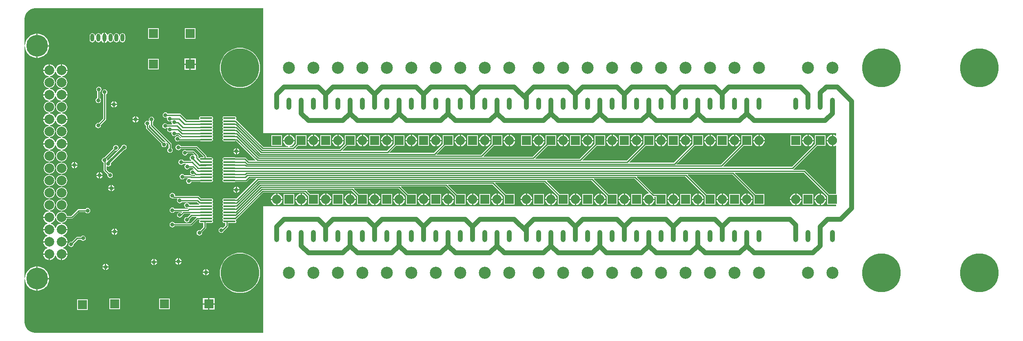
<source format=gbr>
%TF.GenerationSoftware,Altium Limited,Altium Designer,20.0.1 (14)*%
G04 Layer_Physical_Order=2*
G04 Layer_Color=16711680*
%FSLAX25Y25*%
%MOIN*%
%TF.FileFunction,Copper,L2,Bot,Signal*%
%TF.Part,Single*%
G01*
G75*
%TA.AperFunction,SMDPad,CuDef*%
%ADD10O,0.10039X0.01378*%
%TA.AperFunction,Conductor*%
%ADD19C,0.03937*%
%ADD20C,0.01000*%
%ADD21C,0.02000*%
%TA.AperFunction,ComponentPad*%
%ADD22R,0.07480X0.07480*%
%ADD23C,0.07480*%
%ADD24O,0.04173X0.09843*%
%ADD25R,0.07480X0.07480*%
%ADD26C,0.09843*%
%ADD27C,0.17717*%
%ADD28C,0.07874*%
%ADD29O,0.03150X0.06299*%
%TA.AperFunction,ViaPad*%
%ADD30C,0.03150*%
%ADD31C,0.31496*%
G36*
X164800Y-51181D02*
X632700D01*
Y-53121D01*
X632252Y-53342D01*
X632115Y-53237D01*
X630962Y-52760D01*
X630224Y-52663D01*
Y-57378D01*
Y-62093D01*
X630962Y-61996D01*
X632115Y-61519D01*
X632252Y-61414D01*
X632700Y-61635D01*
Y-101038D01*
X626970D01*
X607568Y-81635D01*
X607204Y-81392D01*
X606774Y-81306D01*
X606774Y-81306D01*
X597991D01*
X597840Y-80806D01*
X597967Y-80721D01*
X616970Y-61718D01*
X624064D01*
Y-53038D01*
X615384D01*
Y-60132D01*
X596710Y-78806D01*
X540535D01*
X540344Y-78345D01*
X556970Y-61718D01*
X564065D01*
Y-53038D01*
X555384D01*
Y-60132D01*
X538538Y-76978D01*
X502363D01*
X502172Y-76516D01*
X516970Y-61718D01*
X524064D01*
Y-53038D01*
X515384D01*
Y-60132D01*
X500138Y-75378D01*
X463963D01*
X463772Y-74916D01*
X476970Y-61718D01*
X484064D01*
Y-53038D01*
X475384D01*
Y-60132D01*
X461738Y-73778D01*
X425563D01*
X425372Y-73317D01*
X436970Y-61718D01*
X444065D01*
Y-53038D01*
X435384D01*
Y-60132D01*
X423338Y-72178D01*
X387163D01*
X386972Y-71716D01*
X396970Y-61718D01*
X404065D01*
Y-53038D01*
X395384D01*
Y-60132D01*
X384938Y-70578D01*
X344826D01*
X344635Y-70117D01*
X353033Y-61718D01*
X360128D01*
Y-53038D01*
X351447D01*
Y-60132D01*
X342601Y-68978D01*
X306426D01*
X306235Y-68516D01*
X313033Y-61718D01*
X320128D01*
Y-53038D01*
X311447D01*
Y-60132D01*
X304201Y-67378D01*
X268026D01*
X267835Y-66917D01*
X273033Y-61718D01*
X280128D01*
Y-53038D01*
X271447D01*
Y-60132D01*
X265801Y-65778D01*
X229626D01*
X229435Y-65316D01*
X233033Y-61718D01*
X240128D01*
Y-53038D01*
X231447D01*
Y-60132D01*
X227401Y-64178D01*
X191226D01*
X191035Y-63717D01*
X193033Y-61718D01*
X200128D01*
Y-53038D01*
X191447D01*
Y-60132D01*
X189001Y-62578D01*
X186432D01*
X186399Y-62078D01*
X187025Y-61996D01*
X188178Y-61519D01*
X189168Y-60759D01*
X189928Y-59768D01*
X190405Y-58615D01*
X190503Y-57878D01*
X185787D01*
X181072D01*
X181169Y-58615D01*
X181647Y-59768D01*
X182407Y-60759D01*
X183397Y-61519D01*
X184550Y-61996D01*
X185176Y-62078D01*
X185143Y-62578D01*
X164765D01*
X164300Y-62114D01*
X153829Y-51643D01*
D01*
X142923Y-40736D01*
X142559Y-40493D01*
X142509Y-40483D01*
X142395Y-39959D01*
X142680Y-39533D01*
X142780Y-39029D01*
X142680Y-38527D01*
X142395Y-38100D01*
X141968Y-37815D01*
X141465Y-37715D01*
X132804D01*
X132301Y-37815D01*
X131875Y-38100D01*
X131590Y-38527D01*
X131490Y-39029D01*
X131590Y-39533D01*
X131875Y-39959D01*
X131905Y-39979D01*
Y-40580D01*
X131875Y-40600D01*
X131590Y-41027D01*
X131490Y-41530D01*
X131590Y-42033D01*
X131875Y-42459D01*
X131905Y-42479D01*
Y-43080D01*
X131875Y-43100D01*
X131590Y-43527D01*
X131490Y-44030D01*
X131590Y-44532D01*
X131875Y-44959D01*
X131905Y-44979D01*
Y-45580D01*
X131875Y-45600D01*
X131590Y-46027D01*
X131490Y-46529D01*
X131590Y-47032D01*
X131875Y-47459D01*
X131905Y-47479D01*
Y-48080D01*
X131875Y-48100D01*
X131590Y-48527D01*
X131490Y-49029D01*
X131590Y-49532D01*
X131875Y-49959D01*
X131905Y-49979D01*
Y-50580D01*
X131875Y-50600D01*
X131590Y-51027D01*
X131490Y-51530D01*
X131590Y-52033D01*
X131875Y-52459D01*
X131905Y-52479D01*
Y-53080D01*
X131875Y-53100D01*
X131590Y-53527D01*
X131490Y-54030D01*
X131590Y-54532D01*
X131875Y-54959D01*
X131905Y-54979D01*
Y-55580D01*
X131875Y-55600D01*
X131590Y-56027D01*
X131490Y-56529D01*
X131590Y-57033D01*
X131875Y-57459D01*
X132301Y-57744D01*
X132804Y-57844D01*
X141465D01*
X141968Y-57744D01*
X142107Y-57651D01*
X142665D01*
X158330Y-73317D01*
X158139Y-73778D01*
X152765D01*
X150621Y-71635D01*
X150257Y-71392D01*
X149828Y-71306D01*
X149828Y-71306D01*
X142106D01*
X141967Y-71214D01*
X141465Y-71114D01*
X132803D01*
X132300Y-71214D01*
X131874Y-71499D01*
X131589Y-71925D01*
X131489Y-72428D01*
X131589Y-72931D01*
X131874Y-73357D01*
X131904Y-73377D01*
Y-73979D01*
X131874Y-73999D01*
X131589Y-74425D01*
X131489Y-74928D01*
X131589Y-75431D01*
X131874Y-75857D01*
X131904Y-75877D01*
Y-76479D01*
X131874Y-76499D01*
X131589Y-76925D01*
X131489Y-77428D01*
X131589Y-77931D01*
X131874Y-78357D01*
X131904Y-78377D01*
Y-78979D01*
X131874Y-78999D01*
X131589Y-79425D01*
X131489Y-79928D01*
X131589Y-80431D01*
X131874Y-80857D01*
X131904Y-80877D01*
Y-81479D01*
X131874Y-81499D01*
X131589Y-81925D01*
X131489Y-82428D01*
X131589Y-82931D01*
X131874Y-83357D01*
X131904Y-83377D01*
Y-83979D01*
X131874Y-83999D01*
X131589Y-84425D01*
X131489Y-84928D01*
X131589Y-85431D01*
X131874Y-85857D01*
X131904Y-85877D01*
Y-86479D01*
X131874Y-86499D01*
X131589Y-86925D01*
X131489Y-87428D01*
X131589Y-87931D01*
X131874Y-88357D01*
X131904Y-88377D01*
Y-88979D01*
X131874Y-88999D01*
X131589Y-89425D01*
X131489Y-89928D01*
X131589Y-90431D01*
X131874Y-90857D01*
X132300Y-91142D01*
X132803Y-91242D01*
X141465D01*
X141967Y-91142D01*
X142106Y-91049D01*
X150572D01*
X150572Y-91049D01*
X151001Y-90964D01*
X151365Y-90721D01*
X153737Y-88349D01*
X158611D01*
X158802Y-88811D01*
X142807Y-104806D01*
X142025D01*
X141967Y-104768D01*
X141465Y-104668D01*
X132803D01*
X132300Y-104768D01*
X131874Y-105053D01*
X131589Y-105479D01*
X131489Y-105982D01*
X131589Y-106485D01*
X131874Y-106912D01*
X131904Y-106932D01*
Y-107533D01*
X131874Y-107553D01*
X131589Y-107979D01*
X131489Y-108482D01*
X131589Y-108985D01*
X131874Y-109412D01*
X131904Y-109432D01*
Y-110033D01*
X131874Y-110053D01*
X131589Y-110479D01*
X131489Y-110982D01*
X131589Y-111485D01*
X131874Y-111912D01*
X131904Y-111932D01*
Y-112533D01*
X131874Y-112553D01*
X131589Y-112979D01*
X131489Y-113482D01*
X131589Y-113985D01*
X131874Y-114412D01*
X131904Y-114432D01*
Y-115033D01*
X131874Y-115053D01*
X131589Y-115479D01*
X131489Y-115982D01*
X131589Y-116485D01*
X131874Y-116912D01*
X131904Y-116932D01*
Y-117533D01*
X131874Y-117553D01*
X131589Y-117979D01*
X131489Y-118482D01*
X131589Y-118985D01*
X131874Y-119412D01*
X131904Y-119432D01*
Y-120033D01*
X131874Y-120053D01*
X131589Y-120479D01*
X131489Y-120982D01*
X131589Y-121485D01*
X131874Y-121912D01*
X131904Y-121932D01*
Y-122533D01*
X131874Y-122553D01*
X131589Y-122979D01*
X131489Y-123482D01*
X131589Y-123985D01*
X131874Y-124412D01*
X132300Y-124697D01*
X132803Y-124796D01*
X133778D01*
Y-126635D01*
X131717Y-128697D01*
X131349Y-128451D01*
X130500Y-128283D01*
X129651Y-128451D01*
X128932Y-128932D01*
X128451Y-129651D01*
X128283Y-130500D01*
X128451Y-131349D01*
X128932Y-132068D01*
X129651Y-132549D01*
X130500Y-132717D01*
X131349Y-132549D01*
X132068Y-132068D01*
X132549Y-131349D01*
X132626Y-130960D01*
X135693Y-127893D01*
X135693Y-127893D01*
X135936Y-127529D01*
X136022Y-127100D01*
X136022Y-127100D01*
Y-124796D01*
X141465D01*
X141967Y-124697D01*
X142394Y-124412D01*
X142679Y-123985D01*
X142779Y-123482D01*
X142679Y-122979D01*
X142394Y-122553D01*
X142364Y-122533D01*
Y-121932D01*
X142394Y-121912D01*
X142405Y-121895D01*
X142665Y-121721D01*
X164300Y-100086D01*
D01*
X164765Y-99622D01*
X198445D01*
X201447Y-102624D01*
Y-109718D01*
X210128D01*
Y-101038D01*
X203033D01*
X200479Y-98484D01*
X200670Y-98022D01*
X236845D01*
X241447Y-102624D01*
Y-109718D01*
X250128D01*
Y-101038D01*
X243033D01*
X238879Y-96883D01*
X239070Y-96422D01*
X275245D01*
X281447Y-102624D01*
Y-109718D01*
X290128D01*
Y-101038D01*
X283033D01*
X277279Y-95284D01*
X277470Y-94822D01*
X313645D01*
X321447Y-102624D01*
Y-109718D01*
X330128D01*
Y-101038D01*
X323033D01*
X315679Y-93683D01*
X315870Y-93222D01*
X352045D01*
X361447Y-102624D01*
Y-109718D01*
X370128D01*
Y-101038D01*
X363033D01*
X354079Y-92084D01*
X354270Y-91622D01*
X394382D01*
X405384Y-102624D01*
Y-109718D01*
X414065D01*
Y-101038D01*
X406970D01*
X396416Y-90483D01*
X396607Y-90022D01*
X432782D01*
X445384Y-102624D01*
Y-109718D01*
X454065D01*
Y-101038D01*
X446970D01*
X434744Y-88811D01*
X434935Y-88349D01*
X467955D01*
X479724Y-100119D01*
X479522Y-100624D01*
X478487Y-100760D01*
X477334Y-101237D01*
X476344Y-101997D01*
X475584Y-102987D01*
X475106Y-104140D01*
X475009Y-104878D01*
X479724D01*
X484440D01*
X484342Y-104140D01*
X484150Y-103675D01*
X484427Y-103259D01*
X485384D01*
Y-109718D01*
X494065D01*
Y-101038D01*
X486593D01*
X486484Y-101016D01*
X486484Y-101016D01*
X483794D01*
X469989Y-87211D01*
X470180Y-86750D01*
X509510D01*
X525384Y-102624D01*
Y-109718D01*
X534064D01*
Y-101038D01*
X526970D01*
X511544Y-85611D01*
X511735Y-85150D01*
X547910D01*
X565384Y-102624D01*
Y-109718D01*
X574064D01*
Y-101038D01*
X566970D01*
X549944Y-84011D01*
X550135Y-83549D01*
X606310D01*
X625384Y-102624D01*
Y-109718D01*
X632700D01*
Y-111000D01*
X164800D01*
Y-214365D01*
X-21750D01*
X-23599Y-213997D01*
X-25342Y-213275D01*
X-26910Y-212227D01*
X-28243Y-210894D01*
X-29291Y-209326D01*
X-30013Y-207583D01*
X-30381Y-205733D01*
Y-204791D01*
Y-170282D01*
X-29881Y-170257D01*
X-29716Y-171933D01*
X-29152Y-173791D01*
X-28236Y-175504D01*
X-27005Y-177005D01*
X-25504Y-178236D01*
X-23791Y-179152D01*
X-21933Y-179716D01*
X-20500Y-179857D01*
Y-170000D01*
Y-160143D01*
X-21933Y-160284D01*
X-23791Y-160848D01*
X-25504Y-161764D01*
X-27005Y-162995D01*
X-28236Y-164497D01*
X-29152Y-166209D01*
X-29716Y-168067D01*
X-29881Y-169743D01*
X-30381Y-169718D01*
Y19718D01*
X-29881Y19743D01*
X-29716Y18067D01*
X-29152Y16209D01*
X-28236Y14496D01*
X-27005Y12995D01*
X-25504Y11763D01*
X-23791Y10848D01*
X-21933Y10284D01*
X-20500Y10143D01*
Y20000D01*
Y29857D01*
X-21933Y29716D01*
X-23791Y29152D01*
X-25504Y28236D01*
X-27005Y27005D01*
X-28236Y25504D01*
X-29152Y23791D01*
X-29716Y21933D01*
X-29881Y20257D01*
X-30381Y20282D01*
Y41209D01*
Y42152D01*
X-30013Y44002D01*
X-29291Y45744D01*
X-28243Y47313D01*
X-26910Y48646D01*
X-25342Y49694D01*
X-23599Y50415D01*
X-21750Y50783D01*
X164800D01*
Y-51181D01*
D02*
G37*
%LPC*%
G36*
X34509Y30628D02*
X34337Y30605D01*
X33710Y30346D01*
X33172Y29933D01*
X32760Y29395D01*
X32618Y29055D01*
X32435Y29013D01*
X32072Y29041D01*
X31655Y29665D01*
X30936Y30145D01*
X30087Y30314D01*
X29239Y30145D01*
X28519Y29665D01*
X28039Y28945D01*
X27870Y28097D01*
X27384D01*
X27215Y28945D01*
X26734Y29665D01*
X26015Y30145D01*
X25166Y30314D01*
X24318Y30145D01*
X23598Y29665D01*
X23118Y28945D01*
X22949Y28097D01*
Y24947D01*
X23118Y24099D01*
X23598Y23379D01*
X24318Y22899D01*
X25166Y22730D01*
X26015Y22899D01*
X26734Y23379D01*
X27215Y24099D01*
X27384Y24947D01*
X27870D01*
X28039Y24099D01*
X28519Y23379D01*
X29239Y22899D01*
X30087Y22730D01*
X30936Y22899D01*
X31655Y23379D01*
X32072Y24003D01*
X32435Y24031D01*
X32618Y23989D01*
X32760Y23649D01*
X33172Y23111D01*
X33710Y22698D01*
X34337Y22439D01*
X34509Y22416D01*
Y26522D01*
Y30628D01*
D02*
G37*
G36*
X109340Y34340D02*
X100660D01*
Y25660D01*
X109340D01*
Y34340D01*
D02*
G37*
G36*
X79340D02*
X70660D01*
Y25660D01*
X79340D01*
Y34340D01*
D02*
G37*
G36*
X35509Y30628D02*
Y26522D01*
Y22416D01*
X35681Y22439D01*
X36307Y22698D01*
X36845Y23111D01*
X37258Y23649D01*
X37399Y23989D01*
X37582Y24031D01*
X37946Y24003D01*
X38362Y23379D01*
X39081Y22899D01*
X39930Y22730D01*
X40778Y22899D01*
X41498Y23379D01*
X41978Y24099D01*
X42147Y24947D01*
X42634D01*
X42803Y24099D01*
X43283Y23379D01*
X44003Y22899D01*
X44851Y22730D01*
X45700Y22899D01*
X46419Y23379D01*
X46900Y24099D01*
X47069Y24947D01*
X47555D01*
X47724Y24099D01*
X48204Y23379D01*
X48924Y22899D01*
X49772Y22730D01*
X50621Y22899D01*
X51340Y23379D01*
X51821Y24099D01*
X51990Y24947D01*
Y28097D01*
X51821Y28945D01*
X51340Y29665D01*
X50621Y30145D01*
X49772Y30314D01*
X48924Y30145D01*
X48204Y29665D01*
X47724Y28945D01*
X47555Y28097D01*
X47069D01*
X46900Y28945D01*
X46419Y29665D01*
X45700Y30145D01*
X44851Y30314D01*
X44003Y30145D01*
X43283Y29665D01*
X42803Y28945D01*
X42634Y28097D01*
X42147D01*
X41978Y28945D01*
X41498Y29665D01*
X40778Y30145D01*
X39930Y30314D01*
X39081Y30145D01*
X38362Y29665D01*
X37946Y29041D01*
X37582Y29013D01*
X37399Y29055D01*
X37258Y29395D01*
X36845Y29933D01*
X36307Y30346D01*
X35681Y30605D01*
X35509Y30628D01*
D02*
G37*
G36*
X-19500Y29857D02*
Y20500D01*
X-10143D01*
X-10284Y21933D01*
X-10848Y23791D01*
X-11763Y25504D01*
X-12995Y27005D01*
X-14496Y28236D01*
X-16209Y29152D01*
X-18067Y29716D01*
X-19500Y29857D01*
D02*
G37*
G36*
X-10143Y19500D02*
X-19500D01*
Y10143D01*
X-18067Y10284D01*
X-16209Y10848D01*
X-14496Y11763D01*
X-12995Y12995D01*
X-11763Y14496D01*
X-10848Y16209D01*
X-10284Y18067D01*
X-10143Y19500D01*
D02*
G37*
G36*
X109740Y9740D02*
X105500D01*
Y5500D01*
X109740D01*
Y9740D01*
D02*
G37*
G36*
X104500D02*
X100260D01*
Y5500D01*
X104500D01*
Y9740D01*
D02*
G37*
G36*
X-500Y4914D02*
X-1289Y4810D01*
X-2490Y4312D01*
X-3521Y3521D01*
X-4312Y2490D01*
X-4729Y1483D01*
X-5271D01*
X-5688Y2490D01*
X-6479Y3521D01*
X-7510Y4312D01*
X-8711Y4810D01*
X-9500Y4914D01*
Y0D01*
X-10000D01*
Y-500D01*
X-14914D01*
X-14810Y-1289D01*
X-14312Y-2490D01*
X-13521Y-3521D01*
X-12490Y-4312D01*
X-11289Y-4810D01*
X-10270Y-4944D01*
X-10228Y-4950D01*
Y-5454D01*
X-10270Y-5459D01*
X-11184Y-5580D01*
X-12288Y-6037D01*
X-13236Y-6764D01*
X-13963Y-7712D01*
X-14420Y-8816D01*
X-14576Y-10000D01*
X-14420Y-11184D01*
X-13963Y-12288D01*
X-13236Y-13236D01*
X-12288Y-13963D01*
X-11184Y-14420D01*
X-10270Y-14541D01*
X-10228Y-14546D01*
Y-15050D01*
X-10270Y-15056D01*
X-11289Y-15190D01*
X-12490Y-15687D01*
X-13521Y-16479D01*
X-14312Y-17510D01*
X-14810Y-18711D01*
X-14914Y-19500D01*
X-10000D01*
Y-20500D01*
X-14914D01*
X-14810Y-21289D01*
X-14312Y-22490D01*
X-13521Y-23521D01*
X-12490Y-24313D01*
X-11289Y-24810D01*
X-10270Y-24944D01*
X-10228Y-24950D01*
Y-25454D01*
X-10270Y-25459D01*
X-11184Y-25580D01*
X-12288Y-26037D01*
X-13236Y-26764D01*
X-13963Y-27712D01*
X-14420Y-28816D01*
X-14576Y-30000D01*
X-14420Y-31184D01*
X-13963Y-32288D01*
X-13236Y-33236D01*
X-12288Y-33963D01*
X-11184Y-34420D01*
X-10270Y-34541D01*
X-10228Y-34546D01*
Y-35050D01*
X-10270Y-35056D01*
X-11289Y-35190D01*
X-12490Y-35688D01*
X-13521Y-36479D01*
X-14312Y-37510D01*
X-14810Y-38711D01*
X-14914Y-39500D01*
X-10000D01*
Y-40500D01*
X-14914D01*
X-14810Y-41289D01*
X-14312Y-42490D01*
X-13521Y-43521D01*
X-12490Y-44313D01*
X-11289Y-44810D01*
X-10270Y-44944D01*
X-10228Y-44950D01*
Y-45454D01*
X-10270Y-45459D01*
X-11184Y-45580D01*
X-12288Y-46037D01*
X-13236Y-46764D01*
X-13963Y-47712D01*
X-14420Y-48816D01*
X-14576Y-50000D01*
X-14420Y-51184D01*
X-13963Y-52288D01*
X-13236Y-53236D01*
X-12288Y-53963D01*
X-11184Y-54420D01*
X-10270Y-54541D01*
X-10228Y-54546D01*
Y-55050D01*
X-10270Y-55056D01*
X-11289Y-55190D01*
X-12490Y-55687D01*
X-13521Y-56479D01*
X-14312Y-57510D01*
X-14810Y-58711D01*
X-14914Y-59500D01*
X-10000D01*
Y-60500D01*
X-14914D01*
X-14810Y-61289D01*
X-14312Y-62490D01*
X-13521Y-63521D01*
X-12490Y-64312D01*
X-11289Y-64810D01*
X-10270Y-64944D01*
X-10228Y-64950D01*
Y-65454D01*
X-10270Y-65459D01*
X-11184Y-65580D01*
X-12288Y-66037D01*
X-13236Y-66764D01*
X-13963Y-67712D01*
X-14420Y-68816D01*
X-14576Y-70000D01*
X-14420Y-71184D01*
X-13963Y-72288D01*
X-13236Y-73236D01*
X-12288Y-73963D01*
X-11184Y-74420D01*
X-10000Y-74576D01*
X-8816Y-74420D01*
X-7712Y-73963D01*
X-6764Y-73236D01*
X-6037Y-72288D01*
X-5580Y-71184D01*
X-5424Y-70000D01*
X-5580Y-68816D01*
X-6037Y-67712D01*
X-6764Y-66764D01*
X-7712Y-66037D01*
X-8816Y-65580D01*
X-9730Y-65459D01*
X-9772Y-65454D01*
Y-64950D01*
X-9730Y-64944D01*
X-8711Y-64810D01*
X-7510Y-64312D01*
X-6479Y-63521D01*
X-5688Y-62490D01*
X-5271Y-61483D01*
X-4729D01*
X-4312Y-62490D01*
X-3521Y-63521D01*
X-2490Y-64312D01*
X-1289Y-64810D01*
X-270Y-64944D01*
X-228Y-64950D01*
Y-65454D01*
X-270Y-65459D01*
X-1184Y-65580D01*
X-2288Y-66037D01*
X-3236Y-66764D01*
X-3963Y-67712D01*
X-4420Y-68816D01*
X-4576Y-70000D01*
X-4420Y-71184D01*
X-3963Y-72288D01*
X-3236Y-73236D01*
X-2288Y-73963D01*
X-1184Y-74420D01*
X0Y-74576D01*
X1184Y-74420D01*
X2288Y-73963D01*
X3236Y-73236D01*
X3963Y-72288D01*
X4420Y-71184D01*
X4576Y-70000D01*
X4420Y-68816D01*
X3963Y-67712D01*
X3236Y-66764D01*
X2288Y-66037D01*
X1184Y-65580D01*
X270Y-65459D01*
X228Y-65454D01*
Y-64950D01*
X270Y-64944D01*
X1289Y-64810D01*
X2490Y-64312D01*
X3521Y-63521D01*
X4312Y-62490D01*
X4810Y-61289D01*
X4914Y-60500D01*
X0D01*
Y-59500D01*
X4914D01*
X4810Y-58711D01*
X4312Y-57510D01*
X3521Y-56479D01*
X2490Y-55687D01*
X1289Y-55190D01*
X270Y-55056D01*
X228Y-55050D01*
Y-54546D01*
X270Y-54541D01*
X1184Y-54420D01*
X2288Y-53963D01*
X3236Y-53236D01*
X3963Y-52288D01*
X4420Y-51184D01*
X4576Y-50000D01*
X4420Y-48816D01*
X3963Y-47712D01*
X3236Y-46764D01*
X2288Y-46037D01*
X1184Y-45580D01*
X270Y-45459D01*
X228Y-45454D01*
Y-44950D01*
X270Y-44944D01*
X1289Y-44810D01*
X2490Y-44313D01*
X3521Y-43521D01*
X4312Y-42490D01*
X4810Y-41289D01*
X4914Y-40500D01*
X0D01*
Y-39500D01*
X4914D01*
X4810Y-38711D01*
X4312Y-37510D01*
X3521Y-36479D01*
X2490Y-35688D01*
X1289Y-35190D01*
X270Y-35056D01*
X228Y-35050D01*
Y-34546D01*
X270Y-34541D01*
X1184Y-34420D01*
X2288Y-33963D01*
X3236Y-33236D01*
X3963Y-32288D01*
X4420Y-31184D01*
X4576Y-30000D01*
X4420Y-28816D01*
X3963Y-27712D01*
X3236Y-26764D01*
X2288Y-26037D01*
X1184Y-25580D01*
X270Y-25459D01*
X228Y-25454D01*
Y-24950D01*
X270Y-24944D01*
X1289Y-24810D01*
X2490Y-24313D01*
X3521Y-23521D01*
X4312Y-22490D01*
X4810Y-21289D01*
X4914Y-20500D01*
X0D01*
Y-19500D01*
X4914D01*
X4810Y-18711D01*
X4312Y-17510D01*
X3521Y-16479D01*
X2490Y-15687D01*
X1289Y-15190D01*
X270Y-15056D01*
X228Y-15050D01*
Y-14546D01*
X270Y-14541D01*
X1184Y-14420D01*
X2288Y-13963D01*
X3236Y-13236D01*
X3963Y-12288D01*
X4420Y-11184D01*
X4576Y-10000D01*
X4420Y-8816D01*
X3963Y-7712D01*
X3236Y-6764D01*
X2288Y-6037D01*
X1184Y-5580D01*
X270Y-5459D01*
X228Y-5454D01*
Y-4950D01*
X270Y-4944D01*
X1289Y-4810D01*
X2490Y-4312D01*
X3521Y-3521D01*
X4312Y-2490D01*
X4810Y-1289D01*
X4914Y-500D01*
X0D01*
Y0D01*
X-500D01*
Y4914D01*
D02*
G37*
G36*
X79340Y9340D02*
X70660D01*
Y660D01*
X79340D01*
Y9340D01*
D02*
G37*
G36*
X500Y4914D02*
Y500D01*
X4914D01*
X4810Y1289D01*
X4312Y2490D01*
X3521Y3521D01*
X2490Y4312D01*
X1289Y4810D01*
X500Y4914D01*
D02*
G37*
G36*
X-10500D02*
X-11289Y4810D01*
X-12490Y4312D01*
X-13521Y3521D01*
X-14312Y2490D01*
X-14810Y1289D01*
X-14914Y500D01*
X-10500D01*
Y4914D01*
D02*
G37*
G36*
X109740Y4500D02*
X105500D01*
Y260D01*
X109740D01*
Y4500D01*
D02*
G37*
G36*
X104500D02*
X100260D01*
Y260D01*
X104500D01*
Y4500D01*
D02*
G37*
G36*
X145787Y18328D02*
X143649Y18188D01*
X141547Y17770D01*
X139518Y17081D01*
X137596Y16133D01*
X135814Y14942D01*
X134203Y13530D01*
X132790Y11918D01*
X131599Y10136D01*
X130651Y8214D01*
X129963Y6185D01*
X129544Y4083D01*
X129404Y1945D01*
X129544Y-193D01*
X129963Y-2295D01*
X130651Y-4325D01*
X131599Y-6247D01*
X132790Y-8028D01*
X134203Y-9640D01*
X135814Y-11053D01*
X137596Y-12243D01*
X139518Y-13191D01*
X141547Y-13880D01*
X143649Y-14298D01*
X145787Y-14438D01*
X147926Y-14298D01*
X150028Y-13880D01*
X152057Y-13191D01*
X153979Y-12243D01*
X155761Y-11053D01*
X157372Y-9640D01*
X158785Y-8028D01*
X159976Y-6247D01*
X160923Y-4325D01*
X161612Y-2295D01*
X162030Y-193D01*
X162171Y1945D01*
X162030Y4083D01*
X161612Y6185D01*
X160923Y8214D01*
X159976Y10136D01*
X158785Y11918D01*
X157372Y13530D01*
X155761Y14942D01*
X153979Y16133D01*
X152057Y17081D01*
X150028Y17770D01*
X147926Y18188D01*
X145787Y18328D01*
D02*
G37*
G36*
X30500Y-13384D02*
X29651Y-13553D01*
X28932Y-14033D01*
X28451Y-14753D01*
X28283Y-15601D01*
X28451Y-16450D01*
X28932Y-17169D01*
X29128Y-17301D01*
Y-22567D01*
X28432Y-23032D01*
X27951Y-23751D01*
X27783Y-24600D01*
X27951Y-25449D01*
X28432Y-26168D01*
X29151Y-26649D01*
X30000Y-26817D01*
X30849Y-26649D01*
X31568Y-26168D01*
X32049Y-25449D01*
X32217Y-24600D01*
X32049Y-23751D01*
X31568Y-23032D01*
X31372Y-22901D01*
Y-17635D01*
X32068Y-17169D01*
X32549Y-16450D01*
X32717Y-15601D01*
X32549Y-14753D01*
X32068Y-14033D01*
X31349Y-13553D01*
X30500Y-13384D01*
D02*
G37*
G36*
X43300Y-25369D02*
Y-27400D01*
X45331D01*
X45309Y-27228D01*
X45049Y-26601D01*
X44636Y-26064D01*
X44098Y-25651D01*
X43472Y-25392D01*
X43300Y-25369D01*
D02*
G37*
G36*
X42300D02*
X42128Y-25392D01*
X41502Y-25651D01*
X40964Y-26064D01*
X40551Y-26601D01*
X40292Y-27228D01*
X40269Y-27400D01*
X42300D01*
Y-25369D01*
D02*
G37*
G36*
X45331Y-28400D02*
X43300D01*
Y-30431D01*
X43472Y-30408D01*
X44098Y-30149D01*
X44636Y-29736D01*
X45049Y-29199D01*
X45309Y-28572D01*
X45331Y-28400D01*
D02*
G37*
G36*
X42300D02*
X40269D01*
X40292Y-28572D01*
X40551Y-29199D01*
X40964Y-29736D01*
X41502Y-30149D01*
X42128Y-30408D01*
X42300Y-30431D01*
Y-28400D01*
D02*
G37*
G36*
X60900Y-37569D02*
Y-39600D01*
X62931D01*
X62909Y-39428D01*
X62649Y-38802D01*
X62236Y-38264D01*
X61699Y-37851D01*
X61072Y-37591D01*
X60900Y-37569D01*
D02*
G37*
G36*
X59900D02*
X59728Y-37591D01*
X59101Y-37851D01*
X58564Y-38264D01*
X58151Y-38802D01*
X57891Y-39428D01*
X57869Y-39600D01*
X59900D01*
Y-37569D01*
D02*
G37*
G36*
X73500Y-37883D02*
X72651Y-38051D01*
X71932Y-38532D01*
X71451Y-39251D01*
X71283Y-40100D01*
X71451Y-40949D01*
X71617Y-41197D01*
X71257Y-41557D01*
X70949Y-41351D01*
X70100Y-41183D01*
X69251Y-41351D01*
X68532Y-41832D01*
X68051Y-42551D01*
X67883Y-43400D01*
X68051Y-44249D01*
X68532Y-44968D01*
X69035Y-45304D01*
Y-47056D01*
X69035Y-47056D01*
X69120Y-47486D01*
X69363Y-47850D01*
X81587Y-60073D01*
X81483Y-60600D01*
X81651Y-61449D01*
X82132Y-62168D01*
X82851Y-62649D01*
X83700Y-62817D01*
X84549Y-62649D01*
X85268Y-62168D01*
X85749Y-61449D01*
X85917Y-60600D01*
X85749Y-59751D01*
X85528Y-59421D01*
X85916Y-59102D01*
X87478Y-60665D01*
Y-63334D01*
X87032Y-63632D01*
X86551Y-64351D01*
X86383Y-65200D01*
X86551Y-66049D01*
X87032Y-66768D01*
X87751Y-67249D01*
X88600Y-67417D01*
X89449Y-67249D01*
X90168Y-66768D01*
X90649Y-66049D01*
X90817Y-65200D01*
X90649Y-64351D01*
X90168Y-63632D01*
X89722Y-63334D01*
Y-60200D01*
X89636Y-59771D01*
X89393Y-59407D01*
X89393Y-59407D01*
X74622Y-44635D01*
Y-41966D01*
X75068Y-41668D01*
X75549Y-40949D01*
X75717Y-40100D01*
X75549Y-39251D01*
X75068Y-38532D01*
X74349Y-38051D01*
X73500Y-37883D01*
D02*
G37*
G36*
X62931Y-40600D02*
X60900D01*
Y-42631D01*
X61072Y-42608D01*
X61699Y-42349D01*
X62236Y-41936D01*
X62649Y-41399D01*
X62909Y-40772D01*
X62931Y-40600D01*
D02*
G37*
G36*
X59900D02*
X57869D01*
X57891Y-40772D01*
X58151Y-41399D01*
X58564Y-41936D01*
X59101Y-42349D01*
X59728Y-42608D01*
X59900Y-42631D01*
Y-40600D01*
D02*
G37*
G36*
X35200Y-15583D02*
X34351Y-15751D01*
X33632Y-16232D01*
X33151Y-16951D01*
X32983Y-17800D01*
X33151Y-18649D01*
X33632Y-19368D01*
X34078Y-19666D01*
Y-39335D01*
X30426Y-42987D01*
X29900Y-42883D01*
X29051Y-43051D01*
X28332Y-43532D01*
X27851Y-44251D01*
X27683Y-45100D01*
X27851Y-45949D01*
X28332Y-46668D01*
X29051Y-47149D01*
X29900Y-47317D01*
X30749Y-47149D01*
X31468Y-46668D01*
X31949Y-45949D01*
X32117Y-45100D01*
X32013Y-44574D01*
X35993Y-40593D01*
X35993Y-40593D01*
X36236Y-40229D01*
X36322Y-39800D01*
Y-19666D01*
X36768Y-19368D01*
X37249Y-18649D01*
X37417Y-17800D01*
X37249Y-16951D01*
X36768Y-16232D01*
X36049Y-15751D01*
X35200Y-15583D01*
D02*
G37*
G36*
X84800Y-34283D02*
X83951Y-34451D01*
X83232Y-34932D01*
X82751Y-35651D01*
X82583Y-36500D01*
X82751Y-37349D01*
X83232Y-38068D01*
X83951Y-38549D01*
X84800Y-38717D01*
X85649Y-38549D01*
X86077Y-38263D01*
X86437Y-38623D01*
X86351Y-38751D01*
X86183Y-39600D01*
X86351Y-40449D01*
X86832Y-41168D01*
X87551Y-41649D01*
X88400Y-41817D01*
X89249Y-41649D01*
X89490Y-41488D01*
X89907Y-41810D01*
X89771Y-42494D01*
X89940Y-43343D01*
X90231Y-43778D01*
X89964Y-44278D01*
X86462D01*
X86163Y-43832D01*
X85444Y-43351D01*
X84596Y-43183D01*
X83747Y-43351D01*
X83027Y-43832D01*
X82547Y-44551D01*
X82378Y-45400D01*
X82547Y-46249D01*
X83027Y-46968D01*
X83747Y-47449D01*
X84596Y-47617D01*
X85444Y-47449D01*
X86163Y-46968D01*
X86230Y-46868D01*
X86354Y-46877D01*
X86608Y-47396D01*
X86504Y-47551D01*
X86336Y-48400D01*
X86504Y-49249D01*
X86985Y-49968D01*
X87704Y-50449D01*
X88553Y-50617D01*
X89402Y-50449D01*
X89553Y-50347D01*
X89864Y-50585D01*
X89944Y-50687D01*
X89783Y-51500D01*
X89951Y-52349D01*
X90432Y-53068D01*
X91151Y-53549D01*
X92000Y-53717D01*
X92849Y-53549D01*
X93568Y-53068D01*
X93866Y-52622D01*
X95276D01*
X97477Y-54823D01*
X97477Y-54823D01*
X97605Y-54908D01*
X97453Y-55408D01*
X96780D01*
X96709Y-55051D01*
X96228Y-54332D01*
X95509Y-53851D01*
X94660Y-53683D01*
X93812Y-53851D01*
X93092Y-54332D01*
X92612Y-55051D01*
X92443Y-55900D01*
X92612Y-56749D01*
X93092Y-57468D01*
X93812Y-57949D01*
X94660Y-58117D01*
X95509Y-57949D01*
X95954Y-57651D01*
X113068D01*
X113207Y-57744D01*
X113709Y-57844D01*
X122371D01*
X122874Y-57744D01*
X123300Y-57459D01*
X123585Y-57033D01*
X123685Y-56529D01*
X123585Y-56027D01*
X123300Y-55600D01*
X123270Y-55580D01*
Y-54979D01*
X123300Y-54959D01*
X123585Y-54532D01*
X123685Y-54030D01*
X123585Y-53527D01*
X123300Y-53100D01*
X123270Y-53080D01*
Y-52479D01*
X123300Y-52459D01*
X123585Y-52033D01*
X123685Y-51530D01*
X123585Y-51027D01*
X123300Y-50600D01*
X123270Y-50580D01*
Y-49979D01*
X123300Y-49959D01*
X123585Y-49532D01*
X123685Y-49029D01*
X123585Y-48527D01*
X123300Y-48100D01*
X123270Y-48080D01*
Y-47479D01*
X123300Y-47459D01*
X123585Y-47032D01*
X123685Y-46529D01*
X123585Y-46027D01*
X123300Y-45600D01*
X123270Y-45580D01*
Y-44979D01*
X123300Y-44959D01*
X123585Y-44532D01*
X123685Y-44030D01*
X123585Y-43527D01*
X123300Y-43100D01*
X123270Y-43080D01*
Y-42479D01*
X123300Y-42459D01*
X123585Y-42033D01*
X123685Y-41530D01*
X123585Y-41027D01*
X123300Y-40600D01*
X123270Y-40580D01*
Y-39979D01*
X123300Y-39959D01*
X123585Y-39533D01*
X123685Y-39029D01*
X123585Y-38527D01*
X123300Y-38100D01*
X122874Y-37815D01*
X122371Y-37715D01*
X113709D01*
X113207Y-37815D01*
X112780Y-38100D01*
X112495Y-38527D01*
X112395Y-39029D01*
X112495Y-39533D01*
X112746Y-39908D01*
X112688Y-40141D01*
X112552Y-40408D01*
X102194D01*
X97493Y-35707D01*
X97129Y-35464D01*
X96700Y-35378D01*
X96700Y-35378D01*
X86666D01*
X86368Y-34932D01*
X85649Y-34451D01*
X84800Y-34283D01*
D02*
G37*
G36*
X610224Y-52663D02*
Y-56878D01*
X614440D01*
X614342Y-56141D01*
X613865Y-54987D01*
X613105Y-53997D01*
X612115Y-53237D01*
X610962Y-52760D01*
X610224Y-52663D01*
D02*
G37*
G36*
X570224D02*
Y-56878D01*
X574440D01*
X574342Y-56141D01*
X573865Y-54987D01*
X573105Y-53997D01*
X572115Y-53237D01*
X570962Y-52760D01*
X570224Y-52663D01*
D02*
G37*
G36*
X550224D02*
Y-56878D01*
X554440D01*
X554343Y-56141D01*
X553865Y-54987D01*
X553105Y-53997D01*
X552115Y-53237D01*
X550962Y-52760D01*
X550224Y-52663D01*
D02*
G37*
G36*
X530224D02*
Y-56878D01*
X534440D01*
X534342Y-56141D01*
X533865Y-54987D01*
X533105Y-53997D01*
X532115Y-53237D01*
X530962Y-52760D01*
X530224Y-52663D01*
D02*
G37*
G36*
X510224D02*
Y-56878D01*
X514440D01*
X514342Y-56141D01*
X513865Y-54987D01*
X513105Y-53997D01*
X512115Y-53237D01*
X510962Y-52760D01*
X510224Y-52663D01*
D02*
G37*
G36*
X490224D02*
Y-56878D01*
X494440D01*
X494343Y-56141D01*
X493865Y-54987D01*
X493105Y-53997D01*
X492115Y-53237D01*
X490962Y-52760D01*
X490224Y-52663D01*
D02*
G37*
G36*
X470224D02*
Y-56878D01*
X474440D01*
X474342Y-56141D01*
X473865Y-54987D01*
X473105Y-53997D01*
X472115Y-53237D01*
X470962Y-52760D01*
X470224Y-52663D01*
D02*
G37*
G36*
X450224D02*
Y-56878D01*
X454440D01*
X454343Y-56141D01*
X453865Y-54987D01*
X453105Y-53997D01*
X452115Y-53237D01*
X450962Y-52760D01*
X450224Y-52663D01*
D02*
G37*
G36*
X430224D02*
Y-56878D01*
X434440D01*
X434342Y-56141D01*
X433865Y-54987D01*
X433105Y-53997D01*
X432115Y-53237D01*
X430962Y-52760D01*
X430224Y-52663D01*
D02*
G37*
G36*
X410224D02*
Y-56878D01*
X414440D01*
X414342Y-56141D01*
X413865Y-54987D01*
X413105Y-53997D01*
X412115Y-53237D01*
X410962Y-52760D01*
X410224Y-52663D01*
D02*
G37*
G36*
X390224D02*
Y-56878D01*
X394440D01*
X394342Y-56141D01*
X393865Y-54987D01*
X393105Y-53997D01*
X392115Y-53237D01*
X390962Y-52760D01*
X390224Y-52663D01*
D02*
G37*
G36*
X629224Y-52663D02*
X628487Y-52760D01*
X627334Y-53237D01*
X626344Y-53997D01*
X625584Y-54987D01*
X625106Y-56141D01*
X625009Y-56878D01*
X629224D01*
Y-52663D01*
D02*
G37*
G36*
X609224D02*
X608487Y-52760D01*
X607334Y-53237D01*
X606344Y-53997D01*
X605584Y-54987D01*
X605106Y-56141D01*
X605009Y-56878D01*
X609224D01*
Y-52663D01*
D02*
G37*
G36*
X569224D02*
X568487Y-52760D01*
X567334Y-53237D01*
X566344Y-53997D01*
X565584Y-54987D01*
X565106Y-56141D01*
X565009Y-56878D01*
X569224D01*
Y-52663D01*
D02*
G37*
G36*
X549224D02*
X548487Y-52760D01*
X547334Y-53237D01*
X546344Y-53997D01*
X545584Y-54987D01*
X545106Y-56141D01*
X545009Y-56878D01*
X549224D01*
Y-52663D01*
D02*
G37*
G36*
X529224D02*
X528487Y-52760D01*
X527334Y-53237D01*
X526344Y-53997D01*
X525584Y-54987D01*
X525106Y-56141D01*
X525009Y-56878D01*
X529224D01*
Y-52663D01*
D02*
G37*
G36*
X509224D02*
X508487Y-52760D01*
X507334Y-53237D01*
X506344Y-53997D01*
X505584Y-54987D01*
X505106Y-56141D01*
X505009Y-56878D01*
X509224D01*
Y-52663D01*
D02*
G37*
G36*
X489224D02*
X488487Y-52760D01*
X487334Y-53237D01*
X486344Y-53997D01*
X485584Y-54987D01*
X485106Y-56141D01*
X485009Y-56878D01*
X489224D01*
Y-52663D01*
D02*
G37*
G36*
X469224D02*
X468487Y-52760D01*
X467334Y-53237D01*
X466344Y-53997D01*
X465584Y-54987D01*
X465106Y-56141D01*
X465009Y-56878D01*
X469224D01*
Y-52663D01*
D02*
G37*
G36*
X449224D02*
X448487Y-52760D01*
X447334Y-53237D01*
X446344Y-53997D01*
X445584Y-54987D01*
X445106Y-56141D01*
X445009Y-56878D01*
X449224D01*
Y-52663D01*
D02*
G37*
G36*
X429224D02*
X428487Y-52760D01*
X427334Y-53237D01*
X426344Y-53997D01*
X425584Y-54987D01*
X425106Y-56141D01*
X425009Y-56878D01*
X429224D01*
Y-52663D01*
D02*
G37*
G36*
X409224D02*
X408487Y-52760D01*
X407334Y-53237D01*
X406344Y-53997D01*
X405584Y-54987D01*
X405106Y-56141D01*
X405009Y-56878D01*
X409224D01*
Y-52663D01*
D02*
G37*
G36*
X389224D02*
X388487Y-52760D01*
X387334Y-53237D01*
X386344Y-53997D01*
X385584Y-54987D01*
X385106Y-56141D01*
X385009Y-56878D01*
X389224D01*
Y-52663D01*
D02*
G37*
G36*
X286287D02*
Y-56878D01*
X290503D01*
X290406Y-56141D01*
X289928Y-54987D01*
X289168Y-53997D01*
X288178Y-53237D01*
X287025Y-52760D01*
X286287Y-52663D01*
D02*
G37*
G36*
X266287D02*
Y-56878D01*
X270503D01*
X270406Y-56141D01*
X269928Y-54987D01*
X269168Y-53997D01*
X268178Y-53237D01*
X267025Y-52760D01*
X266287Y-52663D01*
D02*
G37*
G36*
X246287D02*
Y-56878D01*
X250503D01*
X250406Y-56141D01*
X249928Y-54987D01*
X249168Y-53997D01*
X248178Y-53237D01*
X247025Y-52760D01*
X246287Y-52663D01*
D02*
G37*
G36*
X226287D02*
Y-56878D01*
X230503D01*
X230405Y-56141D01*
X229928Y-54987D01*
X229168Y-53997D01*
X228178Y-53237D01*
X227025Y-52760D01*
X226287Y-52663D01*
D02*
G37*
G36*
X206287D02*
Y-56878D01*
X210503D01*
X210405Y-56141D01*
X209928Y-54987D01*
X209168Y-53997D01*
X208178Y-53237D01*
X207025Y-52760D01*
X206287Y-52663D01*
D02*
G37*
G36*
X186287D02*
Y-56878D01*
X190503D01*
X190405Y-56141D01*
X189928Y-54987D01*
X189168Y-53997D01*
X188178Y-53237D01*
X187025Y-52760D01*
X186287Y-52663D01*
D02*
G37*
G36*
X285287D02*
X284550Y-52760D01*
X283397Y-53237D01*
X282407Y-53997D01*
X281647Y-54987D01*
X281169Y-56141D01*
X281072Y-56878D01*
X285287D01*
Y-52663D01*
D02*
G37*
G36*
X265287D02*
X264550Y-52760D01*
X263397Y-53237D01*
X262407Y-53997D01*
X261647Y-54987D01*
X261169Y-56141D01*
X261072Y-56878D01*
X265287D01*
Y-52663D01*
D02*
G37*
G36*
X245287D02*
X244550Y-52760D01*
X243397Y-53237D01*
X242407Y-53997D01*
X241647Y-54987D01*
X241169Y-56141D01*
X241072Y-56878D01*
X245287D01*
Y-52663D01*
D02*
G37*
G36*
X225287D02*
X224550Y-52760D01*
X223397Y-53237D01*
X222407Y-53997D01*
X221647Y-54987D01*
X221169Y-56141D01*
X221072Y-56878D01*
X225287D01*
Y-52663D01*
D02*
G37*
G36*
X205287D02*
X204550Y-52760D01*
X203397Y-53237D01*
X202407Y-53997D01*
X201647Y-54987D01*
X201169Y-56141D01*
X201072Y-56878D01*
X205287D01*
Y-52663D01*
D02*
G37*
G36*
X185287D02*
X184550Y-52760D01*
X183397Y-53237D01*
X182407Y-53997D01*
X181647Y-54987D01*
X181169Y-56141D01*
X181072Y-56878D01*
X185287D01*
Y-52663D01*
D02*
G37*
G36*
X366287D02*
Y-56878D01*
X370503D01*
X370406Y-56141D01*
X369928Y-54987D01*
X369168Y-53997D01*
X368178Y-53237D01*
X367025Y-52760D01*
X366287Y-52663D01*
D02*
G37*
G36*
X346287D02*
Y-56878D01*
X350503D01*
X350406Y-56141D01*
X349928Y-54987D01*
X349168Y-53997D01*
X348178Y-53237D01*
X347025Y-52760D01*
X346287Y-52663D01*
D02*
G37*
G36*
X326287D02*
Y-56878D01*
X330503D01*
X330405Y-56141D01*
X329928Y-54987D01*
X329168Y-53997D01*
X328178Y-53237D01*
X327025Y-52760D01*
X326287Y-52663D01*
D02*
G37*
G36*
X306287D02*
Y-56878D01*
X310503D01*
X310405Y-56141D01*
X309928Y-54987D01*
X309168Y-53997D01*
X308178Y-53237D01*
X307025Y-52760D01*
X306287Y-52663D01*
D02*
G37*
G36*
X365287Y-52663D02*
X364550Y-52760D01*
X363397Y-53237D01*
X362407Y-53997D01*
X361647Y-54987D01*
X361169Y-56141D01*
X361072Y-56878D01*
X365287D01*
Y-52663D01*
D02*
G37*
G36*
X345287D02*
X344550Y-52760D01*
X343397Y-53237D01*
X342407Y-53997D01*
X341647Y-54987D01*
X341169Y-56141D01*
X341072Y-56878D01*
X345287D01*
Y-52663D01*
D02*
G37*
G36*
X325287D02*
X324550Y-52760D01*
X323397Y-53237D01*
X322407Y-53997D01*
X321647Y-54987D01*
X321169Y-56141D01*
X321072Y-56878D01*
X325287D01*
Y-52663D01*
D02*
G37*
G36*
X305287D02*
X304550Y-52760D01*
X303397Y-53237D01*
X302407Y-53997D01*
X301647Y-54987D01*
X301169Y-56141D01*
X301072Y-56878D01*
X305287D01*
Y-52663D01*
D02*
G37*
G36*
X604065Y-53038D02*
X595384D01*
Y-61718D01*
X604065D01*
Y-53038D01*
D02*
G37*
G36*
X544065D02*
X535384D01*
Y-61718D01*
X544065D01*
Y-53038D01*
D02*
G37*
G36*
X504065D02*
X495384D01*
Y-61718D01*
X504065D01*
Y-53038D01*
D02*
G37*
G36*
X464065D02*
X455384D01*
Y-61718D01*
X464065D01*
Y-53038D01*
D02*
G37*
G36*
X424064D02*
X415384D01*
Y-61718D01*
X424064D01*
Y-53038D01*
D02*
G37*
G36*
X384065D02*
X375384D01*
Y-61718D01*
X384065D01*
Y-53038D01*
D02*
G37*
G36*
X340128D02*
X331447D01*
Y-61718D01*
X340128D01*
Y-53038D01*
D02*
G37*
G36*
X300128D02*
X291447D01*
Y-61718D01*
X300128D01*
Y-53038D01*
D02*
G37*
G36*
X260128D02*
X251447D01*
Y-61718D01*
X260128D01*
Y-53038D01*
D02*
G37*
G36*
X220128D02*
X211447D01*
Y-61718D01*
X220128D01*
Y-53038D01*
D02*
G37*
G36*
X180128D02*
X171447D01*
Y-61718D01*
X180128D01*
Y-53038D01*
D02*
G37*
G36*
X370503Y-57878D02*
X366287D01*
Y-62093D01*
X367025Y-61996D01*
X368178Y-61519D01*
X369168Y-60759D01*
X369928Y-59768D01*
X370406Y-58615D01*
X370503Y-57878D01*
D02*
G37*
G36*
X350503D02*
X346287D01*
Y-62093D01*
X347025Y-61996D01*
X348178Y-61519D01*
X349168Y-60759D01*
X349928Y-59768D01*
X350406Y-58615D01*
X350503Y-57878D01*
D02*
G37*
G36*
X330503D02*
X326287D01*
Y-62093D01*
X327025Y-61996D01*
X328178Y-61519D01*
X329168Y-60759D01*
X329928Y-59768D01*
X330405Y-58615D01*
X330503Y-57878D01*
D02*
G37*
G36*
X310503D02*
X306287D01*
Y-62093D01*
X307025Y-61996D01*
X308178Y-61519D01*
X309168Y-60759D01*
X309928Y-59768D01*
X310405Y-58615D01*
X310503Y-57878D01*
D02*
G37*
G36*
X549224Y-57878D02*
X545009D01*
X545106Y-58615D01*
X545584Y-59768D01*
X546344Y-60759D01*
X547334Y-61519D01*
X548487Y-61996D01*
X549224Y-62093D01*
Y-57878D01*
D02*
G37*
G36*
X449224D02*
X445009D01*
X445106Y-58615D01*
X445584Y-59768D01*
X446344Y-60759D01*
X447334Y-61519D01*
X448487Y-61996D01*
X449224Y-62093D01*
Y-57878D01*
D02*
G37*
G36*
X389224D02*
X385009D01*
X385106Y-58615D01*
X385584Y-59768D01*
X386344Y-60759D01*
X387334Y-61519D01*
X388487Y-61996D01*
X389224Y-62093D01*
Y-57878D01*
D02*
G37*
G36*
X629224D02*
X625009D01*
X625106Y-58615D01*
X625584Y-59768D01*
X626344Y-60759D01*
X627334Y-61519D01*
X628487Y-61996D01*
X629224Y-62093D01*
Y-57878D01*
D02*
G37*
G36*
X609224D02*
X605009D01*
X605106Y-58615D01*
X605584Y-59768D01*
X606344Y-60759D01*
X607334Y-61519D01*
X608487Y-61996D01*
X609224Y-62093D01*
Y-57878D01*
D02*
G37*
G36*
X569224D02*
X565009D01*
X565106Y-58615D01*
X565584Y-59768D01*
X566344Y-60759D01*
X567334Y-61519D01*
X568487Y-61996D01*
X569224Y-62093D01*
Y-57878D01*
D02*
G37*
G36*
X529224D02*
X525009D01*
X525106Y-58615D01*
X525584Y-59768D01*
X526344Y-60759D01*
X527334Y-61519D01*
X528487Y-61996D01*
X529224Y-62093D01*
Y-57878D01*
D02*
G37*
G36*
X509224D02*
X505009D01*
X505106Y-58615D01*
X505584Y-59768D01*
X506344Y-60759D01*
X507334Y-61519D01*
X508487Y-61996D01*
X509224Y-62093D01*
Y-57878D01*
D02*
G37*
G36*
X489224D02*
X485009D01*
X485106Y-58615D01*
X485584Y-59768D01*
X486344Y-60759D01*
X487334Y-61519D01*
X488487Y-61996D01*
X489224Y-62093D01*
Y-57878D01*
D02*
G37*
G36*
X469224D02*
X465009D01*
X465106Y-58615D01*
X465584Y-59768D01*
X466344Y-60759D01*
X467334Y-61519D01*
X468487Y-61996D01*
X469224Y-62093D01*
Y-57878D01*
D02*
G37*
G36*
X429224D02*
X425009D01*
X425106Y-58615D01*
X425584Y-59768D01*
X426344Y-60759D01*
X427334Y-61519D01*
X428487Y-61996D01*
X429224Y-62093D01*
Y-57878D01*
D02*
G37*
G36*
X409224D02*
X405009D01*
X405106Y-58615D01*
X405584Y-59768D01*
X406344Y-60759D01*
X407334Y-61519D01*
X408487Y-61996D01*
X409224Y-62093D01*
Y-57878D01*
D02*
G37*
G36*
X270503Y-57878D02*
X266287D01*
Y-62093D01*
X267025Y-61996D01*
X268178Y-61519D01*
X269168Y-60759D01*
X269928Y-59768D01*
X270406Y-58615D01*
X270503Y-57878D01*
D02*
G37*
G36*
X250503D02*
X246287D01*
Y-62093D01*
X247025Y-61996D01*
X248178Y-61519D01*
X249168Y-60759D01*
X249928Y-59768D01*
X250406Y-58615D01*
X250503Y-57878D01*
D02*
G37*
G36*
X210503D02*
X206287D01*
Y-62093D01*
X207025Y-61996D01*
X208178Y-61519D01*
X209168Y-60759D01*
X209928Y-59768D01*
X210405Y-58615D01*
X210503Y-57878D01*
D02*
G37*
G36*
X290503D02*
X286287D01*
Y-62093D01*
X287025Y-61996D01*
X288178Y-61519D01*
X289168Y-60759D01*
X289928Y-59768D01*
X290406Y-58615D01*
X290503Y-57878D01*
D02*
G37*
G36*
X230503D02*
X226287D01*
Y-62093D01*
X227025Y-61996D01*
X228178Y-61519D01*
X229168Y-60759D01*
X229928Y-59768D01*
X230405Y-58615D01*
X230503Y-57878D01*
D02*
G37*
G36*
X285287D02*
X281072D01*
X281169Y-58615D01*
X281647Y-59768D01*
X282407Y-60759D01*
X283397Y-61519D01*
X284550Y-61996D01*
X285287Y-62093D01*
Y-57878D01*
D02*
G37*
G36*
X265287D02*
X261072D01*
X261169Y-58615D01*
X261647Y-59768D01*
X262407Y-60759D01*
X263397Y-61519D01*
X264550Y-61996D01*
X265287Y-62093D01*
Y-57878D01*
D02*
G37*
G36*
X245287D02*
X241072D01*
X241169Y-58615D01*
X241647Y-59768D01*
X242407Y-60759D01*
X243397Y-61519D01*
X244550Y-61996D01*
X245287Y-62093D01*
Y-57878D01*
D02*
G37*
G36*
X225287D02*
X221072D01*
X221169Y-58615D01*
X221647Y-59768D01*
X222407Y-60759D01*
X223397Y-61519D01*
X224550Y-61996D01*
X225287Y-62093D01*
Y-57878D01*
D02*
G37*
G36*
X205287D02*
X201072D01*
X201169Y-58615D01*
X201647Y-59768D01*
X202407Y-60759D01*
X203397Y-61519D01*
X204550Y-61996D01*
X205287Y-62093D01*
Y-57878D01*
D02*
G37*
G36*
X614440Y-57878D02*
X610224D01*
Y-62093D01*
X610962Y-61996D01*
X612115Y-61519D01*
X613105Y-60759D01*
X613865Y-59768D01*
X614342Y-58615D01*
X614440Y-57878D01*
D02*
G37*
G36*
X574440D02*
X570224D01*
Y-62093D01*
X570962Y-61996D01*
X572115Y-61519D01*
X573105Y-60759D01*
X573865Y-59768D01*
X574342Y-58615D01*
X574440Y-57878D01*
D02*
G37*
G36*
X554440D02*
X550224D01*
Y-62093D01*
X550962Y-61996D01*
X552115Y-61519D01*
X553105Y-60759D01*
X553865Y-59768D01*
X554343Y-58615D01*
X554440Y-57878D01*
D02*
G37*
G36*
X534440D02*
X530224D01*
Y-62093D01*
X530962Y-61996D01*
X532115Y-61519D01*
X533105Y-60759D01*
X533865Y-59768D01*
X534342Y-58615D01*
X534440Y-57878D01*
D02*
G37*
G36*
X514440D02*
X510224D01*
Y-62093D01*
X510962Y-61996D01*
X512115Y-61519D01*
X513105Y-60759D01*
X513865Y-59768D01*
X514342Y-58615D01*
X514440Y-57878D01*
D02*
G37*
G36*
X494440D02*
X490224D01*
Y-62093D01*
X490962Y-61996D01*
X492115Y-61519D01*
X493105Y-60759D01*
X493865Y-59768D01*
X494343Y-58615D01*
X494440Y-57878D01*
D02*
G37*
G36*
X474440D02*
X470224D01*
Y-62093D01*
X470962Y-61996D01*
X472115Y-61519D01*
X473105Y-60759D01*
X473865Y-59768D01*
X474342Y-58615D01*
X474440Y-57878D01*
D02*
G37*
G36*
X454440D02*
X450224D01*
Y-62093D01*
X450962Y-61996D01*
X452115Y-61519D01*
X453105Y-60759D01*
X453865Y-59768D01*
X454343Y-58615D01*
X454440Y-57878D01*
D02*
G37*
G36*
X434440D02*
X430224D01*
Y-62093D01*
X430962Y-61996D01*
X432115Y-61519D01*
X433105Y-60759D01*
X433865Y-59768D01*
X434342Y-58615D01*
X434440Y-57878D01*
D02*
G37*
G36*
X414440D02*
X410224D01*
Y-62093D01*
X410962Y-61996D01*
X412115Y-61519D01*
X413105Y-60759D01*
X413865Y-59768D01*
X414342Y-58615D01*
X414440Y-57878D01*
D02*
G37*
G36*
X394440D02*
X390224D01*
Y-62093D01*
X390962Y-61996D01*
X392115Y-61519D01*
X393105Y-60759D01*
X393865Y-59768D01*
X394342Y-58615D01*
X394440Y-57878D01*
D02*
G37*
G36*
X365287Y-57878D02*
X361072D01*
X361169Y-58615D01*
X361647Y-59768D01*
X362407Y-60759D01*
X363397Y-61519D01*
X364550Y-61996D01*
X365287Y-62093D01*
Y-57878D01*
D02*
G37*
G36*
X345287D02*
X341072D01*
X341169Y-58615D01*
X341647Y-59768D01*
X342407Y-60759D01*
X343397Y-61519D01*
X344550Y-61996D01*
X345287Y-62093D01*
Y-57878D01*
D02*
G37*
G36*
X325287D02*
X321072D01*
X321169Y-58615D01*
X321647Y-59768D01*
X322407Y-60759D01*
X323397Y-61519D01*
X324550Y-61996D01*
X325287Y-62093D01*
Y-57878D01*
D02*
G37*
G36*
X305287D02*
X301072D01*
X301169Y-58615D01*
X301647Y-59768D01*
X302407Y-60759D01*
X303397Y-61519D01*
X304550Y-61996D01*
X305287Y-62093D01*
Y-57878D01*
D02*
G37*
G36*
X142371Y-63611D02*
X142199Y-63634D01*
X141572Y-63893D01*
X141034Y-64306D01*
X140622Y-64844D01*
X140362Y-65470D01*
D01*
Y-65470D01*
X140340Y-65642D01*
X142371D01*
Y-63611D01*
D02*
G37*
G36*
X51000Y-60683D02*
X50151Y-60851D01*
X49432Y-61332D01*
X48951Y-62051D01*
X48805Y-62788D01*
X37736Y-73857D01*
X37276Y-73610D01*
X37317Y-73400D01*
X37149Y-72551D01*
X36983Y-72303D01*
X43873Y-65413D01*
X44400Y-65517D01*
X45249Y-65349D01*
X45968Y-64868D01*
X46449Y-64149D01*
X46617Y-63300D01*
X46449Y-62451D01*
X45968Y-61732D01*
X45249Y-61251D01*
X44400Y-61083D01*
X43551Y-61251D01*
X42832Y-61732D01*
X42351Y-62451D01*
X42183Y-63300D01*
X42287Y-63827D01*
X34889Y-71224D01*
X34251Y-71351D01*
X33532Y-71832D01*
X33051Y-72551D01*
X32883Y-73400D01*
X33051Y-74249D01*
X33532Y-74968D01*
X34251Y-75449D01*
X34404Y-75479D01*
Y-81564D01*
X34404Y-81564D01*
X34489Y-81993D01*
X34732Y-82357D01*
X37549Y-85173D01*
X37444Y-85700D01*
X37613Y-86549D01*
X38093Y-87268D01*
X38813Y-87749D01*
X39661Y-87917D01*
X40510Y-87749D01*
X41229Y-87268D01*
X41710Y-86549D01*
X41879Y-85700D01*
X41710Y-84851D01*
X41229Y-84132D01*
X40510Y-83651D01*
X39661Y-83483D01*
X39135Y-83587D01*
X36647Y-81099D01*
Y-78508D01*
X37088Y-78272D01*
X37351Y-78449D01*
X38200Y-78617D01*
X39049Y-78449D01*
X39768Y-77968D01*
X40249Y-77249D01*
X40417Y-76400D01*
X40316Y-75891D01*
X51112Y-65095D01*
X51849Y-64949D01*
X52568Y-64468D01*
X53049Y-63749D01*
X53217Y-62900D01*
X53049Y-62051D01*
X52568Y-61332D01*
X51849Y-60851D01*
X51000Y-60683D01*
D02*
G37*
G36*
X143371Y-63611D02*
Y-65642D01*
X145402D01*
X145379Y-65470D01*
X145120Y-64844D01*
X144707Y-64306D01*
X144169Y-63893D01*
X143543Y-63634D01*
X143371Y-63611D01*
D02*
G37*
G36*
X145402Y-66642D02*
X143371D01*
Y-68673D01*
X143543Y-68651D01*
X144169Y-68391D01*
X144707Y-67979D01*
X145120Y-67441D01*
X145379Y-66814D01*
X145402Y-66642D01*
D02*
G37*
G36*
X142371D02*
X140340D01*
X140362Y-66814D01*
Y-66814D01*
X140622Y-67441D01*
X141034Y-67979D01*
X141572Y-68391D01*
X142199Y-68651D01*
X142371Y-68673D01*
Y-66642D01*
D02*
G37*
G36*
X95402Y-60783D02*
X94554Y-60951D01*
X93834Y-61432D01*
X93354Y-62151D01*
X93185Y-63000D01*
X93354Y-63849D01*
X93834Y-64568D01*
X94554Y-65049D01*
X95402Y-65217D01*
X96251Y-65049D01*
X96970Y-64568D01*
X97269Y-64122D01*
X109650D01*
X115978Y-70450D01*
Y-71114D01*
X113709D01*
X113206Y-71214D01*
X112779Y-71499D01*
X112668Y-71665D01*
X112056Y-71760D01*
X111630Y-71334D01*
Y-69809D01*
X111545Y-69380D01*
X111302Y-69016D01*
X111302Y-69016D01*
X108193Y-65907D01*
X107829Y-65664D01*
X107400Y-65578D01*
X107400Y-65578D01*
X102141D01*
X101669Y-65263D01*
X100820Y-65094D01*
X99972Y-65263D01*
X99252Y-65744D01*
X98772Y-66463D01*
X98603Y-67312D01*
X98772Y-68160D01*
X99252Y-68880D01*
X99972Y-69360D01*
X100820Y-69529D01*
X101669Y-69360D01*
X102388Y-68880D01*
X102869Y-68160D01*
X102936Y-67822D01*
X106935D01*
X108096Y-68982D01*
X107778Y-69371D01*
X107749Y-69351D01*
X106900Y-69183D01*
X106051Y-69351D01*
X105332Y-69832D01*
X104851Y-70551D01*
X104683Y-71400D01*
X104851Y-72249D01*
X105332Y-72968D01*
X106021Y-73428D01*
X106027Y-73465D01*
X105767Y-73928D01*
X99610D01*
X99312Y-73482D01*
X98593Y-73001D01*
X97744Y-72833D01*
X96895Y-73001D01*
X96176Y-73482D01*
X95695Y-74201D01*
X95527Y-75050D01*
X95695Y-75899D01*
X96176Y-76618D01*
X96895Y-77099D01*
X97744Y-77267D01*
X98593Y-77099D01*
X99312Y-76618D01*
X99610Y-76172D01*
X101594D01*
X101696Y-76672D01*
X101082Y-77082D01*
X100601Y-77801D01*
X100433Y-78650D01*
X100601Y-79499D01*
X101082Y-80218D01*
X101801Y-80699D01*
X102650Y-80867D01*
X103499Y-80699D01*
X104218Y-80218D01*
X104516Y-79772D01*
X107082D01*
X108122Y-80811D01*
X107841Y-81237D01*
X107116Y-81093D01*
X106267Y-81261D01*
X105548Y-81742D01*
X105067Y-82461D01*
X104899Y-83310D01*
X105067Y-84159D01*
X105548Y-84878D01*
X106267Y-85359D01*
X107116Y-85527D01*
X107965Y-85359D01*
X108382Y-85080D01*
X109023Y-85721D01*
X109023Y-85721D01*
X109151Y-85806D01*
X108999Y-86306D01*
X106607D01*
X106376Y-86076D01*
X106012Y-85832D01*
X105583Y-85747D01*
X105583Y-85747D01*
X100483D01*
X100184Y-85301D01*
X99465Y-84820D01*
X98616Y-84651D01*
X97768Y-84820D01*
X97048Y-85301D01*
X96568Y-86020D01*
X96399Y-86869D01*
X96568Y-87717D01*
X97048Y-88437D01*
X97768Y-88917D01*
X98616Y-89086D01*
X99465Y-88917D01*
X100184Y-88437D01*
X100483Y-87990D01*
X102933D01*
X103035Y-88490D01*
X102420Y-88901D01*
X101940Y-89620D01*
X101771Y-90469D01*
X101940Y-91317D01*
X102420Y-92036D01*
X103140Y-92517D01*
X103988Y-92686D01*
X104837Y-92517D01*
X105556Y-92036D01*
X106037Y-91317D01*
X106068Y-91159D01*
X113293D01*
X113709Y-91242D01*
X122370D01*
X122873Y-91142D01*
X123299Y-90857D01*
X123584Y-90431D01*
X123684Y-89928D01*
X123584Y-89425D01*
X123299Y-88999D01*
X123269Y-88979D01*
Y-88377D01*
X123299Y-88357D01*
X123584Y-87931D01*
X123684Y-87428D01*
X123584Y-86925D01*
X123299Y-86499D01*
X123269Y-86479D01*
Y-85877D01*
X123299Y-85857D01*
X123584Y-85431D01*
X123684Y-84928D01*
X123584Y-84425D01*
X123299Y-83999D01*
X123269Y-83979D01*
Y-83377D01*
X123299Y-83357D01*
X123584Y-82931D01*
X123684Y-82428D01*
X123584Y-81925D01*
X123299Y-81499D01*
X123269Y-81479D01*
Y-80877D01*
X123299Y-80857D01*
X123584Y-80431D01*
X123684Y-79928D01*
X123584Y-79425D01*
X123299Y-78999D01*
X123269Y-78979D01*
Y-78377D01*
X123299Y-78357D01*
X123584Y-77931D01*
X123684Y-77428D01*
X123584Y-76925D01*
X123299Y-76499D01*
X123269Y-76479D01*
Y-75877D01*
X123299Y-75857D01*
X123584Y-75431D01*
X123684Y-74928D01*
X123584Y-74425D01*
X123299Y-73999D01*
X123269Y-73979D01*
Y-73377D01*
X123299Y-73357D01*
X123584Y-72931D01*
X123684Y-72428D01*
X123584Y-71925D01*
X123299Y-71499D01*
X122873Y-71214D01*
X122370Y-71114D01*
X118222D01*
Y-69986D01*
X118222Y-69986D01*
X118136Y-69557D01*
X117893Y-69193D01*
X117893Y-69193D01*
X110907Y-62207D01*
X110543Y-61964D01*
X110114Y-61878D01*
X110114Y-61878D01*
X97269D01*
X96970Y-61432D01*
X96251Y-60951D01*
X95402Y-60783D01*
D02*
G37*
G36*
X11000Y-74869D02*
Y-76900D01*
X13031D01*
X13009Y-76728D01*
X12749Y-76101D01*
X12336Y-75564D01*
X11799Y-75151D01*
X11172Y-74892D01*
X11000Y-74869D01*
D02*
G37*
G36*
X10000D02*
X9828Y-74892D01*
X9201Y-75151D01*
X8664Y-75564D01*
X8251Y-76101D01*
X7992Y-76728D01*
X7969Y-76900D01*
X10000D01*
Y-74869D01*
D02*
G37*
G36*
X13031Y-77900D02*
X11000D01*
Y-79931D01*
X11172Y-79909D01*
X11799Y-79649D01*
X12336Y-79236D01*
X12749Y-78698D01*
X13009Y-78072D01*
X13031Y-77900D01*
D02*
G37*
G36*
X10000D02*
X7969D01*
X7992Y-78072D01*
X8251Y-78698D01*
X8664Y-79236D01*
X9201Y-79649D01*
X9828Y-79909D01*
X10000Y-79931D01*
Y-77900D01*
D02*
G37*
G36*
X0Y-75424D02*
X-1184Y-75580D01*
X-2288Y-76037D01*
X-3236Y-76764D01*
X-3963Y-77712D01*
X-4420Y-78816D01*
X-4576Y-80000D01*
X-4420Y-81184D01*
X-3963Y-82288D01*
X-3236Y-83236D01*
X-2288Y-83963D01*
X-1184Y-84420D01*
X0Y-84576D01*
X1184Y-84420D01*
X2288Y-83963D01*
X3236Y-83236D01*
X3963Y-82288D01*
X4420Y-81184D01*
X4576Y-80000D01*
X4420Y-78816D01*
X3963Y-77712D01*
X3236Y-76764D01*
X2288Y-76037D01*
X1184Y-75580D01*
X0Y-75424D01*
D02*
G37*
G36*
X-10000D02*
X-11184Y-75580D01*
X-12288Y-76037D01*
X-13236Y-76764D01*
X-13963Y-77712D01*
X-14420Y-78816D01*
X-14576Y-80000D01*
X-14420Y-81184D01*
X-13963Y-82288D01*
X-13236Y-83236D01*
X-12288Y-83963D01*
X-11184Y-84420D01*
X-10000Y-84576D01*
X-8816Y-84420D01*
X-7712Y-83963D01*
X-6764Y-83236D01*
X-6037Y-82288D01*
X-5580Y-81184D01*
X-5424Y-80000D01*
X-5580Y-78816D01*
X-6037Y-77712D01*
X-6764Y-76764D01*
X-7712Y-76037D01*
X-8816Y-75580D01*
X-10000Y-75424D01*
D02*
G37*
G36*
X31500Y-83169D02*
Y-85200D01*
X33531D01*
X33509Y-85028D01*
X33249Y-84402D01*
X32836Y-83864D01*
X32298Y-83451D01*
X31672Y-83192D01*
X31500Y-83169D01*
D02*
G37*
G36*
X30500D02*
X30328Y-83192D01*
X29702Y-83451D01*
X29164Y-83864D01*
X28751Y-84402D01*
X28492Y-85028D01*
X28469Y-85200D01*
X30500D01*
Y-83169D01*
D02*
G37*
G36*
X33531Y-86200D02*
X31500D01*
Y-88231D01*
X31672Y-88209D01*
X32298Y-87949D01*
X32836Y-87536D01*
X33249Y-86998D01*
X33509Y-86372D01*
X33531Y-86200D01*
D02*
G37*
G36*
X30500D02*
X28469D01*
X28492Y-86372D01*
X28751Y-86998D01*
X29164Y-87536D01*
X29702Y-87949D01*
X30328Y-88209D01*
X30500Y-88231D01*
Y-86200D01*
D02*
G37*
G36*
X0Y-85424D02*
X-1184Y-85580D01*
X-2288Y-86037D01*
X-3236Y-86764D01*
X-3963Y-87712D01*
X-4420Y-88816D01*
X-4576Y-90000D01*
X-4420Y-91184D01*
X-3963Y-92288D01*
X-3236Y-93236D01*
X-2288Y-93963D01*
X-1184Y-94420D01*
X0Y-94576D01*
X1184Y-94420D01*
X2288Y-93963D01*
X3236Y-93236D01*
X3963Y-92288D01*
X4420Y-91184D01*
X4576Y-90000D01*
X4420Y-88816D01*
X3963Y-87712D01*
X3236Y-86764D01*
X2288Y-86037D01*
X1184Y-85580D01*
X0Y-85424D01*
D02*
G37*
G36*
X-10000D02*
X-11184Y-85580D01*
X-12288Y-86037D01*
X-13236Y-86764D01*
X-13963Y-87712D01*
X-14420Y-88816D01*
X-14576Y-90000D01*
X-14420Y-91184D01*
X-13963Y-92288D01*
X-13236Y-93236D01*
X-12288Y-93963D01*
X-11184Y-94420D01*
X-10000Y-94576D01*
X-8816Y-94420D01*
X-7712Y-93963D01*
X-6764Y-93236D01*
X-6037Y-92288D01*
X-5580Y-91184D01*
X-5424Y-90000D01*
X-5580Y-88816D01*
X-6037Y-87712D01*
X-6764Y-86764D01*
X-7712Y-86037D01*
X-8816Y-85580D01*
X-10000Y-85424D01*
D02*
G37*
G36*
X41200Y-93669D02*
Y-95700D01*
X43231D01*
X43209Y-95528D01*
X42949Y-94902D01*
X42536Y-94364D01*
X41998Y-93951D01*
X41372Y-93691D01*
X41200Y-93669D01*
D02*
G37*
G36*
X40200D02*
X40028Y-93691D01*
X39402Y-93951D01*
X38864Y-94364D01*
X38451Y-94902D01*
X38192Y-95528D01*
X38169Y-95700D01*
X40200D01*
Y-93669D01*
D02*
G37*
G36*
X143371Y-95007D02*
Y-97038D01*
X145402D01*
X145379Y-96866D01*
X145120Y-96240D01*
X144707Y-95702D01*
X144169Y-95289D01*
X143543Y-95030D01*
X143371Y-95007D01*
D02*
G37*
G36*
X142371D02*
X142199Y-95030D01*
X141572Y-95289D01*
X141034Y-95702D01*
X140622Y-96240D01*
X140362Y-96866D01*
X140340Y-97038D01*
X142371D01*
Y-95007D01*
D02*
G37*
G36*
X43231Y-96700D02*
X41200D01*
Y-98731D01*
X41372Y-98708D01*
X41998Y-98449D01*
X42536Y-98036D01*
X42949Y-97499D01*
X43209Y-96872D01*
X43231Y-96700D01*
D02*
G37*
G36*
X40200D02*
X38169D01*
X38192Y-96872D01*
X38451Y-97499D01*
X38864Y-98036D01*
X39402Y-98449D01*
X40028Y-98708D01*
X40200Y-98731D01*
Y-96700D01*
D02*
G37*
G36*
X145402Y-98038D02*
X143371D01*
Y-100069D01*
X143543Y-100047D01*
X144169Y-99787D01*
X144707Y-99375D01*
X145120Y-98837D01*
X145379Y-98210D01*
X145402Y-98038D01*
D02*
G37*
G36*
X142371D02*
X140340D01*
X140362Y-98210D01*
X140461Y-98449D01*
X140622Y-98837D01*
X141034Y-99375D01*
X141572Y-99787D01*
X142199Y-100047D01*
X142371Y-100069D01*
Y-98038D01*
D02*
G37*
G36*
X0Y-95424D02*
X-1184Y-95580D01*
X-2288Y-96037D01*
X-3236Y-96764D01*
X-3963Y-97712D01*
X-4420Y-98816D01*
X-4576Y-100000D01*
X-4420Y-101184D01*
X-3963Y-102288D01*
X-3236Y-103236D01*
X-2288Y-103963D01*
X-1184Y-104420D01*
X0Y-104576D01*
X1184Y-104420D01*
X2288Y-103963D01*
X3236Y-103236D01*
X3963Y-102288D01*
X4420Y-101184D01*
X4576Y-100000D01*
X4420Y-98816D01*
X3963Y-97712D01*
X3236Y-96764D01*
X2288Y-96037D01*
X1184Y-95580D01*
X0Y-95424D01*
D02*
G37*
G36*
X-10000D02*
X-11184Y-95580D01*
X-12288Y-96037D01*
X-13236Y-96764D01*
X-13963Y-97712D01*
X-14420Y-98816D01*
X-14576Y-100000D01*
X-14420Y-101184D01*
X-13963Y-102288D01*
X-13236Y-103236D01*
X-12288Y-103963D01*
X-11184Y-104420D01*
X-10000Y-104576D01*
X-8816Y-104420D01*
X-7712Y-103963D01*
X-6764Y-103236D01*
X-6037Y-102288D01*
X-5580Y-101184D01*
X-5424Y-100000D01*
X-5580Y-98816D01*
X-6037Y-97712D01*
X-6764Y-96764D01*
X-7712Y-96037D01*
X-8816Y-95580D01*
X-10000Y-95424D01*
D02*
G37*
G36*
X560224Y-100663D02*
Y-104878D01*
X564440D01*
X564342Y-104140D01*
X563865Y-102987D01*
X563105Y-101997D01*
X562115Y-101237D01*
X560962Y-100760D01*
X560224Y-100663D01*
D02*
G37*
G36*
X540224D02*
Y-104878D01*
X544440D01*
X544343Y-104140D01*
X543865Y-102987D01*
X543105Y-101997D01*
X542115Y-101237D01*
X540962Y-100760D01*
X540224Y-100663D01*
D02*
G37*
G36*
X520224D02*
Y-104878D01*
X524440D01*
X524342Y-104140D01*
X523865Y-102987D01*
X523105Y-101997D01*
X522115Y-101237D01*
X520962Y-100760D01*
X520224Y-100663D01*
D02*
G37*
G36*
X500224D02*
Y-104878D01*
X504440D01*
X504343Y-104140D01*
X503865Y-102987D01*
X503105Y-101997D01*
X502115Y-101237D01*
X500962Y-100760D01*
X500224Y-100663D01*
D02*
G37*
G36*
X460224D02*
Y-104878D01*
X464440D01*
X464342Y-104140D01*
X463865Y-102987D01*
X463105Y-101997D01*
X462115Y-101237D01*
X460962Y-100760D01*
X460224Y-100663D01*
D02*
G37*
G36*
X440224D02*
Y-104878D01*
X444440D01*
X444343Y-104140D01*
X443865Y-102987D01*
X443105Y-101997D01*
X442115Y-101237D01*
X440962Y-100760D01*
X440224Y-100663D01*
D02*
G37*
G36*
X420224D02*
Y-104878D01*
X424440D01*
X424342Y-104140D01*
X423865Y-102987D01*
X423105Y-101997D01*
X422115Y-101237D01*
X420962Y-100760D01*
X420224Y-100663D01*
D02*
G37*
G36*
X400224D02*
Y-104878D01*
X404440D01*
X404343Y-104140D01*
X403865Y-102987D01*
X403105Y-101997D01*
X402115Y-101237D01*
X400962Y-100760D01*
X400224Y-100663D01*
D02*
G37*
G36*
X380224D02*
Y-104878D01*
X384440D01*
X384343Y-104140D01*
X383865Y-102987D01*
X383105Y-101997D01*
X382115Y-101237D01*
X380962Y-100760D01*
X380224Y-100663D01*
D02*
G37*
G36*
X559224D02*
X558487Y-100760D01*
X557334Y-101237D01*
X556344Y-101997D01*
X555584Y-102987D01*
X555106Y-104140D01*
X555009Y-104878D01*
X559224D01*
Y-100663D01*
D02*
G37*
G36*
X539224D02*
X538487Y-100760D01*
X537334Y-101237D01*
X536344Y-101997D01*
X535584Y-102987D01*
X535106Y-104140D01*
X535009Y-104878D01*
X539224D01*
Y-100663D01*
D02*
G37*
G36*
X519224D02*
X518487Y-100760D01*
X517334Y-101237D01*
X516344Y-101997D01*
X515584Y-102987D01*
X515106Y-104140D01*
X515009Y-104878D01*
X519224D01*
Y-100663D01*
D02*
G37*
G36*
X499224D02*
X498487Y-100760D01*
X497334Y-101237D01*
X496344Y-101997D01*
X495584Y-102987D01*
X495106Y-104140D01*
X495009Y-104878D01*
X499224D01*
Y-100663D01*
D02*
G37*
G36*
X459224D02*
X458487Y-100760D01*
X457334Y-101237D01*
X456344Y-101997D01*
X455584Y-102987D01*
X455106Y-104140D01*
X455009Y-104878D01*
X459224D01*
Y-100663D01*
D02*
G37*
G36*
X439224D02*
X438487Y-100760D01*
X437334Y-101237D01*
X436344Y-101997D01*
X435584Y-102987D01*
X435106Y-104140D01*
X435009Y-104878D01*
X439224D01*
Y-100663D01*
D02*
G37*
G36*
X419224D02*
X418487Y-100760D01*
X417334Y-101237D01*
X416344Y-101997D01*
X415584Y-102987D01*
X415106Y-104140D01*
X415009Y-104878D01*
X419224D01*
Y-100663D01*
D02*
G37*
G36*
X399224D02*
X398487Y-100760D01*
X397334Y-101237D01*
X396344Y-101997D01*
X395584Y-102987D01*
X395106Y-104140D01*
X395009Y-104878D01*
X399224D01*
Y-100663D01*
D02*
G37*
G36*
X379224D02*
X378487Y-100760D01*
X377334Y-101237D01*
X376344Y-101997D01*
X375584Y-102987D01*
X375106Y-104140D01*
X375009Y-104878D01*
X379224D01*
Y-100663D01*
D02*
G37*
G36*
X620224Y-100663D02*
Y-104878D01*
X624440D01*
X624342Y-104140D01*
X623865Y-102987D01*
X623105Y-101997D01*
X622115Y-101237D01*
X620962Y-100760D01*
X620224Y-100663D01*
D02*
G37*
G36*
X600224D02*
Y-104878D01*
X604440D01*
X604343Y-104140D01*
X603865Y-102987D01*
X603105Y-101997D01*
X602115Y-101237D01*
X600962Y-100760D01*
X600224Y-100663D01*
D02*
G37*
G36*
X356287D02*
Y-104878D01*
X360503D01*
X360405Y-104140D01*
X359928Y-102987D01*
X359168Y-101997D01*
X358178Y-101237D01*
X357025Y-100760D01*
X356287Y-100663D01*
D02*
G37*
G36*
X336287D02*
Y-104878D01*
X340503D01*
X340406Y-104140D01*
X339928Y-102987D01*
X339168Y-101997D01*
X338178Y-101237D01*
X337025Y-100760D01*
X336287Y-100663D01*
D02*
G37*
G36*
X316287D02*
Y-104878D01*
X320503D01*
X320406Y-104140D01*
X319928Y-102987D01*
X319168Y-101997D01*
X318178Y-101237D01*
X317025Y-100760D01*
X316287Y-100663D01*
D02*
G37*
G36*
X296287D02*
Y-104878D01*
X300503D01*
X300406Y-104140D01*
X299928Y-102987D01*
X299168Y-101997D01*
X298178Y-101237D01*
X297025Y-100760D01*
X296287Y-100663D01*
D02*
G37*
G36*
X276287D02*
Y-104878D01*
X280503D01*
X280405Y-104140D01*
X279928Y-102987D01*
X279168Y-101997D01*
X278178Y-101237D01*
X277025Y-100760D01*
X276287Y-100663D01*
D02*
G37*
G36*
X256287D02*
Y-104878D01*
X260503D01*
X260405Y-104140D01*
X259928Y-102987D01*
X259168Y-101997D01*
X258178Y-101237D01*
X257025Y-100760D01*
X256287Y-100663D01*
D02*
G37*
G36*
X236287D02*
Y-104878D01*
X240503D01*
X240406Y-104140D01*
X239928Y-102987D01*
X239168Y-101997D01*
X238178Y-101237D01*
X237025Y-100760D01*
X236287Y-100663D01*
D02*
G37*
G36*
X216287D02*
Y-104878D01*
X220503D01*
X220406Y-104140D01*
X219928Y-102987D01*
X219168Y-101997D01*
X218178Y-101237D01*
X217025Y-100760D01*
X216287Y-100663D01*
D02*
G37*
G36*
X196287D02*
Y-104878D01*
X200503D01*
X200406Y-104140D01*
X199928Y-102987D01*
X199168Y-101997D01*
X198178Y-101237D01*
X197025Y-100760D01*
X196287Y-100663D01*
D02*
G37*
G36*
X176287D02*
Y-104878D01*
X180503D01*
X180405Y-104140D01*
X179928Y-102987D01*
X179168Y-101997D01*
X178178Y-101237D01*
X177025Y-100760D01*
X176287Y-100663D01*
D02*
G37*
G36*
X619224Y-100663D02*
X618487Y-100760D01*
X617334Y-101237D01*
X616344Y-101997D01*
X615584Y-102987D01*
X615106Y-104140D01*
X615009Y-104878D01*
X619224D01*
Y-100663D01*
D02*
G37*
G36*
X599224D02*
X598487Y-100760D01*
X597334Y-101237D01*
X596344Y-101997D01*
X595584Y-102987D01*
X595106Y-104140D01*
X595009Y-104878D01*
X599224D01*
Y-100663D01*
D02*
G37*
G36*
X355287D02*
X354550Y-100760D01*
X353397Y-101237D01*
X352407Y-101997D01*
X351647Y-102987D01*
X351169Y-104140D01*
X351072Y-104878D01*
X355287D01*
Y-100663D01*
D02*
G37*
G36*
X335287D02*
X334550Y-100760D01*
X333397Y-101237D01*
X332407Y-101997D01*
X331647Y-102987D01*
X331169Y-104140D01*
X331072Y-104878D01*
X335287D01*
Y-100663D01*
D02*
G37*
G36*
X315287D02*
X314550Y-100760D01*
X313397Y-101237D01*
X312407Y-101997D01*
X311647Y-102987D01*
X311169Y-104140D01*
X311072Y-104878D01*
X315287D01*
Y-100663D01*
D02*
G37*
G36*
X295287D02*
X294550Y-100760D01*
X293397Y-101237D01*
X292407Y-101997D01*
X291647Y-102987D01*
X291169Y-104140D01*
X291072Y-104878D01*
X295287D01*
Y-100663D01*
D02*
G37*
G36*
X275287D02*
X274550Y-100760D01*
X273397Y-101237D01*
X272407Y-101997D01*
X271647Y-102987D01*
X271169Y-104140D01*
X271072Y-104878D01*
X275287D01*
Y-100663D01*
D02*
G37*
G36*
X255287D02*
X254550Y-100760D01*
X253397Y-101237D01*
X252407Y-101997D01*
X251647Y-102987D01*
X251169Y-104140D01*
X251072Y-104878D01*
X255287D01*
Y-100663D01*
D02*
G37*
G36*
X235287D02*
X234550Y-100760D01*
X233397Y-101237D01*
X232407Y-101997D01*
X231647Y-102987D01*
X231169Y-104140D01*
X231072Y-104878D01*
X235287D01*
Y-100663D01*
D02*
G37*
G36*
X215287D02*
X214550Y-100760D01*
X213397Y-101237D01*
X212407Y-101997D01*
X211647Y-102987D01*
X211169Y-104140D01*
X211072Y-104878D01*
X215287D01*
Y-100663D01*
D02*
G37*
G36*
X195287D02*
X194550Y-100760D01*
X193397Y-101237D01*
X192407Y-101997D01*
X191647Y-102987D01*
X191169Y-104140D01*
X191072Y-104878D01*
X195287D01*
Y-100663D01*
D02*
G37*
G36*
X175287D02*
X174550Y-100760D01*
X173397Y-101237D01*
X172407Y-101997D01*
X171647Y-102987D01*
X171169Y-104140D01*
X171072Y-104878D01*
X175287D01*
Y-100663D01*
D02*
G37*
G36*
X614065Y-101038D02*
X605384D01*
Y-109718D01*
X614065D01*
Y-101038D01*
D02*
G37*
G36*
X554065D02*
X545384D01*
Y-109718D01*
X554065D01*
Y-101038D01*
D02*
G37*
G36*
X514065D02*
X505384D01*
Y-109718D01*
X514065D01*
Y-101038D01*
D02*
G37*
G36*
X474064D02*
X465384D01*
Y-109718D01*
X474064D01*
Y-101038D01*
D02*
G37*
G36*
X434064D02*
X425384D01*
Y-109718D01*
X434064D01*
Y-101038D01*
D02*
G37*
G36*
X394064D02*
X385384D01*
Y-109718D01*
X394064D01*
Y-101038D01*
D02*
G37*
G36*
X350128D02*
X341447D01*
Y-109718D01*
X350128D01*
Y-101038D01*
D02*
G37*
G36*
X310128D02*
X301447D01*
Y-109718D01*
X310128D01*
Y-101038D01*
D02*
G37*
G36*
X270128D02*
X261447D01*
Y-109718D01*
X270128D01*
Y-101038D01*
D02*
G37*
G36*
X230128D02*
X221447D01*
Y-109718D01*
X230128D01*
Y-101038D01*
D02*
G37*
G36*
X190128D02*
X181447D01*
Y-109718D01*
X190128D01*
Y-101038D01*
D02*
G37*
G36*
X90551Y-100145D02*
X89703Y-100314D01*
X88983Y-100794D01*
X88503Y-101514D01*
X88334Y-102362D01*
X88503Y-103211D01*
X88983Y-103930D01*
X89703Y-104411D01*
X90551Y-104580D01*
X91100Y-104471D01*
X91384Y-104661D01*
X91813Y-104746D01*
X91813Y-104746D01*
X94349D01*
X94584Y-105187D01*
X94408Y-105451D01*
X94239Y-106299D01*
X94408Y-107148D01*
X94889Y-107867D01*
X95608Y-108348D01*
X96457Y-108517D01*
X97305Y-108348D01*
X98025Y-107867D01*
X98256Y-107522D01*
X110735D01*
X111877Y-108663D01*
X111877Y-108663D01*
X112241Y-108906D01*
X112343Y-108926D01*
X112543Y-109289D01*
X112302Y-109751D01*
X104483D01*
X104411Y-109388D01*
X103930Y-108668D01*
X103211Y-108188D01*
X102362Y-108019D01*
X101514Y-108188D01*
X100794Y-108668D01*
X100314Y-109388D01*
X100145Y-110236D01*
X100314Y-111085D01*
X100794Y-111804D01*
X101514Y-112285D01*
X102362Y-112454D01*
X103003Y-112326D01*
X103264Y-112760D01*
X103030Y-113052D01*
X92417D01*
X92119Y-112605D01*
X91400Y-112125D01*
X90551Y-111956D01*
X89703Y-112125D01*
X88983Y-112605D01*
X88503Y-113325D01*
X88334Y-114173D01*
X88503Y-115022D01*
X88983Y-115741D01*
X89703Y-116222D01*
X90551Y-116391D01*
X91400Y-116222D01*
X92119Y-115741D01*
X92417Y-115295D01*
X98115D01*
X98307Y-115757D01*
X97723Y-116340D01*
X97305Y-116062D01*
X96457Y-115893D01*
X95608Y-116062D01*
X94889Y-116542D01*
X94408Y-117262D01*
X94239Y-118110D01*
X94408Y-118959D01*
X94889Y-119678D01*
X95608Y-120159D01*
X96457Y-120328D01*
X97305Y-120159D01*
X98025Y-119678D01*
X98505Y-118959D01*
X98562Y-118673D01*
X100132Y-117104D01*
X105110D01*
X105262Y-117604D01*
X105134Y-117689D01*
X105134Y-117689D01*
X102889Y-119935D01*
X102362Y-119830D01*
X101514Y-119999D01*
X100794Y-120479D01*
X100314Y-121199D01*
X100145Y-122047D01*
X100314Y-122896D01*
X100794Y-123615D01*
X101514Y-124096D01*
X102362Y-124265D01*
X103211Y-124096D01*
X103930Y-123615D01*
X104411Y-122896D01*
X104580Y-122047D01*
X104475Y-121521D01*
X106392Y-119604D01*
X109901D01*
X110052Y-120104D01*
X109925Y-120189D01*
X109925Y-120189D01*
X105251Y-124863D01*
X92417D01*
X92119Y-124416D01*
X91400Y-123936D01*
X90551Y-123767D01*
X89703Y-123936D01*
X88983Y-124416D01*
X88503Y-125136D01*
X88334Y-125984D01*
X88503Y-126833D01*
X88983Y-127552D01*
X89703Y-128033D01*
X90551Y-128202D01*
X91400Y-128033D01*
X92119Y-127552D01*
X92417Y-127106D01*
X105716D01*
X105716Y-127106D01*
X106145Y-127020D01*
X106509Y-126777D01*
X111182Y-122104D01*
X112552D01*
X112687Y-122371D01*
X112745Y-122604D01*
X112495Y-122979D01*
X112394Y-123482D01*
X112495Y-123985D01*
X112779Y-124412D01*
X113206Y-124697D01*
X113709Y-124796D01*
X115878D01*
Y-127835D01*
X113127Y-130587D01*
X112600Y-130483D01*
X111751Y-130651D01*
X111032Y-131132D01*
X110551Y-131851D01*
X110383Y-132700D01*
X110551Y-133549D01*
X111032Y-134268D01*
X111751Y-134749D01*
X112600Y-134917D01*
X113449Y-134749D01*
X114168Y-134268D01*
X114649Y-133549D01*
X114817Y-132700D01*
X114713Y-132174D01*
X117793Y-129093D01*
X118036Y-128729D01*
X118122Y-128300D01*
X118122Y-128300D01*
Y-124796D01*
X122370D01*
X122873Y-124697D01*
X123299Y-124412D01*
X123584Y-123985D01*
X123684Y-123482D01*
X123584Y-122979D01*
X123299Y-122553D01*
X123269Y-122533D01*
Y-121932D01*
X123299Y-121912D01*
X123584Y-121485D01*
X123684Y-120982D01*
X123584Y-120479D01*
X123299Y-120053D01*
X123269Y-120033D01*
Y-119432D01*
X123299Y-119412D01*
X123584Y-118985D01*
X123684Y-118482D01*
X123584Y-117979D01*
X123299Y-117553D01*
X123269Y-117533D01*
Y-116932D01*
X123299Y-116912D01*
X123584Y-116485D01*
X123684Y-115982D01*
X123584Y-115479D01*
X123299Y-115053D01*
X123269Y-115033D01*
Y-114432D01*
X123299Y-114412D01*
X123584Y-113985D01*
X123684Y-113482D01*
X123584Y-112979D01*
X123299Y-112553D01*
X123269Y-112533D01*
Y-111932D01*
X123299Y-111912D01*
X123584Y-111485D01*
X123684Y-110982D01*
X123584Y-110479D01*
X123299Y-110053D01*
X123269Y-110033D01*
Y-109432D01*
X123299Y-109412D01*
X123584Y-108985D01*
X123684Y-108482D01*
X123584Y-107979D01*
X123299Y-107553D01*
X123269Y-107533D01*
Y-106932D01*
X123299Y-106912D01*
X123584Y-106485D01*
X123684Y-105982D01*
X123584Y-105479D01*
X123299Y-105053D01*
X122873Y-104768D01*
X122370Y-104668D01*
X114079D01*
X112242Y-102831D01*
X111878Y-102588D01*
X111449Y-102503D01*
X111449Y-102503D01*
X92884D01*
X92769Y-102362D01*
X92600Y-101514D01*
X92119Y-100794D01*
X91400Y-100314D01*
X90551Y-100145D01*
D02*
G37*
G36*
X335287Y-105878D02*
X331072D01*
X331169Y-106615D01*
X331647Y-107768D01*
X332407Y-108759D01*
X333397Y-109519D01*
X334550Y-109996D01*
X335287Y-110093D01*
Y-105878D01*
D02*
G37*
G36*
X315287D02*
X311072D01*
X311169Y-106615D01*
X311647Y-107768D01*
X312407Y-108759D01*
X313397Y-109519D01*
X314550Y-109996D01*
X315287Y-110093D01*
Y-105878D01*
D02*
G37*
G36*
X295287D02*
X291072D01*
X291169Y-106615D01*
X291647Y-107768D01*
X292407Y-108759D01*
X293397Y-109519D01*
X294550Y-109996D01*
X295287Y-110093D01*
Y-105878D01*
D02*
G37*
G36*
X235287D02*
X231072D01*
X231169Y-106615D01*
X231647Y-107768D01*
X232407Y-108759D01*
X233397Y-109519D01*
X234550Y-109996D01*
X235287Y-110093D01*
Y-105878D01*
D02*
G37*
G36*
X215287D02*
X211072D01*
X211169Y-106615D01*
X211647Y-107768D01*
X212407Y-108759D01*
X213397Y-109519D01*
X214550Y-109996D01*
X215287Y-110093D01*
Y-105878D01*
D02*
G37*
G36*
X619224D02*
X615009D01*
X615106Y-106615D01*
X615584Y-107768D01*
X616344Y-108759D01*
X617334Y-109519D01*
X618487Y-109996D01*
X619224Y-110093D01*
Y-105878D01*
D02*
G37*
G36*
X599224D02*
X595009D01*
X595106Y-106615D01*
X595584Y-107768D01*
X596344Y-108759D01*
X597334Y-109519D01*
X598487Y-109996D01*
X599224Y-110093D01*
Y-105878D01*
D02*
G37*
G36*
X355287D02*
X351072D01*
X351169Y-106615D01*
X351647Y-107768D01*
X352407Y-108759D01*
X353397Y-109519D01*
X354550Y-109996D01*
X355287Y-110093D01*
Y-105878D01*
D02*
G37*
G36*
X275287D02*
X271072D01*
X271169Y-106615D01*
X271647Y-107768D01*
X272407Y-108759D01*
X273397Y-109519D01*
X274550Y-109996D01*
X275287Y-110093D01*
Y-105878D01*
D02*
G37*
G36*
X255287D02*
X251072D01*
X251169Y-106615D01*
X251647Y-107768D01*
X252407Y-108759D01*
X253397Y-109519D01*
X254550Y-109996D01*
X255287Y-110093D01*
Y-105878D01*
D02*
G37*
G36*
X195287D02*
X191072D01*
X191169Y-106615D01*
X191647Y-107768D01*
X192407Y-108759D01*
X193397Y-109519D01*
X194550Y-109996D01*
X195287Y-110093D01*
Y-105878D01*
D02*
G37*
G36*
X175287D02*
X171072D01*
X171169Y-106615D01*
X171647Y-107768D01*
X172407Y-108759D01*
X173397Y-109519D01*
X174550Y-109996D01*
X175287Y-110093D01*
Y-105878D01*
D02*
G37*
G36*
X564440Y-105878D02*
X560224D01*
Y-110093D01*
X560962Y-109996D01*
X562115Y-109519D01*
X563105Y-108759D01*
X563865Y-107768D01*
X564342Y-106615D01*
X564440Y-105878D01*
D02*
G37*
G36*
X544440D02*
X540224D01*
Y-110093D01*
X540962Y-109996D01*
X542115Y-109519D01*
X543105Y-108759D01*
X543865Y-107768D01*
X544343Y-106615D01*
X544440Y-105878D01*
D02*
G37*
G36*
X524440D02*
X520224D01*
Y-110093D01*
X520962Y-109996D01*
X522115Y-109519D01*
X523105Y-108759D01*
X523865Y-107768D01*
X524342Y-106615D01*
X524440Y-105878D01*
D02*
G37*
G36*
X504440D02*
X500224D01*
Y-110093D01*
X500962Y-109996D01*
X502115Y-109519D01*
X503105Y-108759D01*
X503865Y-107768D01*
X504343Y-106615D01*
X504440Y-105878D01*
D02*
G37*
G36*
X484440D02*
X480224D01*
Y-110093D01*
X480962Y-109996D01*
X482115Y-109519D01*
X483105Y-108759D01*
X483865Y-107768D01*
X484342Y-106615D01*
X484440Y-105878D01*
D02*
G37*
G36*
X464440D02*
X460224D01*
Y-110093D01*
X460962Y-109996D01*
X462115Y-109519D01*
X463105Y-108759D01*
X463865Y-107768D01*
X464342Y-106615D01*
X464440Y-105878D01*
D02*
G37*
G36*
X444440D02*
X440224D01*
Y-110093D01*
X440962Y-109996D01*
X442115Y-109519D01*
X443105Y-108759D01*
X443865Y-107768D01*
X444343Y-106615D01*
X444440Y-105878D01*
D02*
G37*
G36*
X424440D02*
X420224D01*
Y-110093D01*
X420962Y-109996D01*
X422115Y-109519D01*
X423105Y-108759D01*
X423865Y-107768D01*
X424342Y-106615D01*
X424440Y-105878D01*
D02*
G37*
G36*
X404440D02*
X400224D01*
Y-110093D01*
X400962Y-109996D01*
X402115Y-109519D01*
X403105Y-108759D01*
X403865Y-107768D01*
X404343Y-106615D01*
X404440Y-105878D01*
D02*
G37*
G36*
X384440D02*
X380224D01*
Y-110093D01*
X380962Y-109996D01*
X382115Y-109519D01*
X383105Y-108759D01*
X383865Y-107768D01*
X384343Y-106615D01*
X384440Y-105878D01*
D02*
G37*
G36*
X559224D02*
X555009D01*
X555106Y-106615D01*
X555584Y-107768D01*
X556344Y-108759D01*
X557334Y-109519D01*
X558487Y-109996D01*
X559224Y-110093D01*
Y-105878D01*
D02*
G37*
G36*
X539224D02*
X535009D01*
X535106Y-106615D01*
X535584Y-107768D01*
X536344Y-108759D01*
X537334Y-109519D01*
X538487Y-109996D01*
X539224Y-110093D01*
Y-105878D01*
D02*
G37*
G36*
X519224D02*
X515009D01*
X515106Y-106615D01*
X515584Y-107768D01*
X516344Y-108759D01*
X517334Y-109519D01*
X518487Y-109996D01*
X519224Y-110093D01*
Y-105878D01*
D02*
G37*
G36*
X499224D02*
X495009D01*
X495106Y-106615D01*
X495584Y-107768D01*
X496344Y-108759D01*
X497334Y-109519D01*
X498487Y-109996D01*
X499224Y-110093D01*
Y-105878D01*
D02*
G37*
G36*
X479224D02*
X475009D01*
X475106Y-106615D01*
X475584Y-107768D01*
X476344Y-108759D01*
X477334Y-109519D01*
X478487Y-109996D01*
X479224Y-110093D01*
Y-105878D01*
D02*
G37*
G36*
X459224D02*
X455009D01*
X455106Y-106615D01*
X455584Y-107768D01*
X456344Y-108759D01*
X457334Y-109519D01*
X458487Y-109996D01*
X459224Y-110093D01*
Y-105878D01*
D02*
G37*
G36*
X439224D02*
X435009D01*
X435106Y-106615D01*
X435584Y-107768D01*
X436344Y-108759D01*
X437334Y-109519D01*
X438487Y-109996D01*
X439224Y-110093D01*
Y-105878D01*
D02*
G37*
G36*
X419224D02*
X415009D01*
X415106Y-106615D01*
X415584Y-107768D01*
X416344Y-108759D01*
X417334Y-109519D01*
X418487Y-109996D01*
X419224Y-110093D01*
Y-105878D01*
D02*
G37*
G36*
X399224D02*
X395009D01*
X395106Y-106615D01*
X395584Y-107768D01*
X396344Y-108759D01*
X397334Y-109519D01*
X398487Y-109996D01*
X399224Y-110093D01*
Y-105878D01*
D02*
G37*
G36*
X379224D02*
X375009D01*
X375106Y-106615D01*
X375584Y-107768D01*
X376344Y-108759D01*
X377334Y-109519D01*
X378487Y-109996D01*
X379224Y-110093D01*
Y-105878D01*
D02*
G37*
G36*
X624440Y-105878D02*
X620224D01*
Y-110093D01*
X620962Y-109996D01*
X622115Y-109519D01*
X623105Y-108759D01*
X623865Y-107768D01*
X624342Y-106615D01*
X624440Y-105878D01*
D02*
G37*
G36*
X604440D02*
X600224D01*
Y-110093D01*
X600962Y-109996D01*
X602115Y-109519D01*
X603105Y-108759D01*
X603865Y-107768D01*
X604343Y-106615D01*
X604440Y-105878D01*
D02*
G37*
G36*
X360503D02*
X356287D01*
Y-110093D01*
X357025Y-109996D01*
X358178Y-109519D01*
X359168Y-108759D01*
X359928Y-107768D01*
X360405Y-106615D01*
X360503Y-105878D01*
D02*
G37*
G36*
X340503D02*
X336287D01*
Y-110093D01*
X337025Y-109996D01*
X338178Y-109519D01*
X339168Y-108759D01*
X339928Y-107768D01*
X340406Y-106615D01*
X340503Y-105878D01*
D02*
G37*
G36*
X320503D02*
X316287D01*
Y-110093D01*
X317025Y-109996D01*
X318178Y-109519D01*
X319168Y-108759D01*
X319928Y-107768D01*
X320406Y-106615D01*
X320503Y-105878D01*
D02*
G37*
G36*
X300503D02*
X296287D01*
Y-110093D01*
X297025Y-109996D01*
X298178Y-109519D01*
X299168Y-108759D01*
X299928Y-107768D01*
X300406Y-106615D01*
X300503Y-105878D01*
D02*
G37*
G36*
X280503D02*
X276287D01*
Y-110093D01*
X277025Y-109996D01*
X278178Y-109519D01*
X279168Y-108759D01*
X279928Y-107768D01*
X280405Y-106615D01*
X280503Y-105878D01*
D02*
G37*
G36*
X260503D02*
X256287D01*
Y-110093D01*
X257025Y-109996D01*
X258178Y-109519D01*
X259168Y-108759D01*
X259928Y-107768D01*
X260405Y-106615D01*
X260503Y-105878D01*
D02*
G37*
G36*
X240503D02*
X236287D01*
Y-110093D01*
X237025Y-109996D01*
X238178Y-109519D01*
X239168Y-108759D01*
X239928Y-107768D01*
X240406Y-106615D01*
X240503Y-105878D01*
D02*
G37*
G36*
X220503D02*
X216287D01*
Y-110093D01*
X217025Y-109996D01*
X218178Y-109519D01*
X219168Y-108759D01*
X219928Y-107768D01*
X220406Y-106615D01*
X220503Y-105878D01*
D02*
G37*
G36*
X200503D02*
X196287D01*
Y-110093D01*
X197025Y-109996D01*
X198178Y-109519D01*
X199168Y-108759D01*
X199928Y-107768D01*
X200406Y-106615D01*
X200503Y-105878D01*
D02*
G37*
G36*
X180503D02*
X176287D01*
Y-110093D01*
X177025Y-109996D01*
X178178Y-109519D01*
X179168Y-108759D01*
X179928Y-107768D01*
X180405Y-106615D01*
X180503Y-105878D01*
D02*
G37*
G36*
X0Y-105424D02*
X-1184Y-105580D01*
X-2288Y-106037D01*
X-3236Y-106764D01*
X-3963Y-107712D01*
X-4420Y-108816D01*
X-4576Y-110000D01*
X-4420Y-111184D01*
X-3963Y-112288D01*
X-3236Y-113236D01*
X-2288Y-113963D01*
X-1184Y-114420D01*
X0Y-114576D01*
X1184Y-114420D01*
X2288Y-113963D01*
X3236Y-113236D01*
X3963Y-112288D01*
X4420Y-111184D01*
X4576Y-110000D01*
X4420Y-108816D01*
X3963Y-107712D01*
X3236Y-106764D01*
X2288Y-106037D01*
X1184Y-105580D01*
X0Y-105424D01*
D02*
G37*
G36*
X-10000D02*
X-11184Y-105580D01*
X-12288Y-106037D01*
X-13236Y-106764D01*
X-13963Y-107712D01*
X-14420Y-108816D01*
X-14576Y-110000D01*
X-14420Y-111184D01*
X-13963Y-112288D01*
X-13236Y-113236D01*
X-12288Y-113963D01*
X-11184Y-114420D01*
X-10270Y-114541D01*
X-10228Y-114546D01*
Y-115050D01*
X-10270Y-115056D01*
X-11289Y-115190D01*
X-12490Y-115688D01*
X-13521Y-116479D01*
X-14312Y-117510D01*
X-14810Y-118711D01*
X-14914Y-119500D01*
X-10000D01*
Y-120500D01*
X-14914D01*
X-14810Y-121289D01*
X-14312Y-122490D01*
X-13521Y-123521D01*
X-12490Y-124312D01*
X-11483Y-124729D01*
Y-125271D01*
X-12490Y-125688D01*
X-13521Y-126479D01*
X-14312Y-127510D01*
X-14810Y-128711D01*
X-14914Y-129500D01*
X-10000D01*
Y-130500D01*
X-14914D01*
X-14810Y-131289D01*
X-14312Y-132490D01*
X-13521Y-133521D01*
X-12490Y-134312D01*
X-11483Y-134729D01*
Y-135271D01*
X-12490Y-135687D01*
X-13521Y-136479D01*
X-14312Y-137510D01*
X-14810Y-138711D01*
X-14914Y-139500D01*
X-10000D01*
Y-140500D01*
X-14914D01*
X-14810Y-141289D01*
X-14312Y-142490D01*
X-13521Y-143521D01*
X-12490Y-144313D01*
X-11483Y-144729D01*
Y-145271D01*
X-12490Y-145687D01*
X-13521Y-146479D01*
X-14312Y-147510D01*
X-14810Y-148711D01*
X-14914Y-149500D01*
X-10000D01*
Y-150000D01*
X-9500D01*
Y-154914D01*
X-8711Y-154810D01*
X-7510Y-154313D01*
X-6479Y-153521D01*
X-5688Y-152490D01*
X-5271Y-151483D01*
X-4729D01*
X-4312Y-152490D01*
X-3521Y-153521D01*
X-2490Y-154313D01*
X-1289Y-154810D01*
X-500Y-154914D01*
Y-150000D01*
X0D01*
Y-149500D01*
X4914D01*
X4810Y-148711D01*
X4312Y-147510D01*
X3521Y-146479D01*
X2490Y-145687D01*
X1483Y-145271D01*
Y-144729D01*
X2490Y-144313D01*
X3521Y-143521D01*
X4312Y-142490D01*
X4810Y-141289D01*
X4914Y-140500D01*
X0D01*
Y-139500D01*
X4914D01*
X4810Y-138711D01*
X4312Y-137510D01*
X3521Y-136479D01*
X2490Y-135687D01*
X1483Y-135271D01*
Y-134729D01*
X2490Y-134312D01*
X3521Y-133521D01*
X4312Y-132490D01*
X4810Y-131289D01*
X4914Y-130500D01*
X0D01*
Y-129500D01*
X4914D01*
X4810Y-128711D01*
X4312Y-127510D01*
X3521Y-126479D01*
X2490Y-125688D01*
X1289Y-125190D01*
X270Y-125056D01*
X228Y-125050D01*
Y-124546D01*
X270Y-124541D01*
X1184Y-124420D01*
X2288Y-123963D01*
X3236Y-123236D01*
X3963Y-122288D01*
X4420Y-121184D01*
X4428Y-121122D01*
X8400D01*
X8400Y-121122D01*
X8829Y-121036D01*
X9193Y-120793D01*
X14365Y-115622D01*
X19434D01*
X19732Y-116068D01*
X20451Y-116549D01*
X21300Y-116717D01*
X22149Y-116549D01*
X22868Y-116068D01*
X23349Y-115349D01*
X23517Y-114500D01*
X23349Y-113651D01*
X22868Y-112932D01*
X22149Y-112451D01*
X21300Y-112283D01*
X20451Y-112451D01*
X19732Y-112932D01*
X19434Y-113378D01*
X13900D01*
X13471Y-113464D01*
X13107Y-113707D01*
X13107Y-113707D01*
X7935Y-118878D01*
X4428D01*
X4420Y-118816D01*
X3963Y-117712D01*
X3236Y-116764D01*
X2288Y-116037D01*
X1184Y-115580D01*
X0Y-115424D01*
X-1184Y-115580D01*
X-2288Y-116037D01*
X-3236Y-116764D01*
X-3963Y-117712D01*
X-4420Y-118816D01*
X-4541Y-119730D01*
X-4546Y-119772D01*
X-5050D01*
X-5056Y-119730D01*
X-5190Y-118711D01*
X-5688Y-117510D01*
X-6479Y-116479D01*
X-7510Y-115688D01*
X-8711Y-115190D01*
X-9730Y-115056D01*
X-9772Y-115050D01*
Y-114546D01*
X-9730Y-114541D01*
X-8816Y-114420D01*
X-7712Y-113963D01*
X-6764Y-113236D01*
X-6037Y-112288D01*
X-5580Y-111184D01*
X-5424Y-110000D01*
X-5580Y-108816D01*
X-6037Y-107712D01*
X-6764Y-106764D01*
X-7712Y-106037D01*
X-8816Y-105580D01*
X-10000Y-105424D01*
D02*
G37*
G36*
X43800Y-129169D02*
Y-131200D01*
X45831D01*
X45809Y-131028D01*
X45549Y-130402D01*
X45136Y-129864D01*
X44598Y-129451D01*
X43972Y-129192D01*
X43800Y-129169D01*
D02*
G37*
G36*
X42800D02*
X42628Y-129192D01*
X42002Y-129451D01*
X41464Y-129864D01*
X41051Y-130402D01*
X40791Y-131028D01*
X40769Y-131200D01*
X42800D01*
Y-129169D01*
D02*
G37*
G36*
X45831Y-132200D02*
X43800D01*
Y-134231D01*
X43972Y-134209D01*
X44598Y-133949D01*
X45136Y-133536D01*
X45549Y-132999D01*
X45809Y-132372D01*
X45831Y-132200D01*
D02*
G37*
G36*
X42800D02*
X40769D01*
X40791Y-132372D01*
X41051Y-132999D01*
X41464Y-133536D01*
X42002Y-133949D01*
X42628Y-134209D01*
X42800Y-134231D01*
Y-132200D01*
D02*
G37*
G36*
X17636Y-134883D02*
X16788Y-135051D01*
X16068Y-135532D01*
X15770Y-135978D01*
X12800D01*
X12800Y-135978D01*
X12371Y-136064D01*
X12007Y-136307D01*
X12007Y-136307D01*
X8327Y-139987D01*
X7800Y-139883D01*
X6951Y-140051D01*
X6232Y-140532D01*
X5751Y-141251D01*
X5583Y-142100D01*
X5751Y-142949D01*
X6232Y-143668D01*
X6951Y-144149D01*
X7800Y-144317D01*
X8649Y-144149D01*
X9368Y-143668D01*
X9849Y-142949D01*
X10017Y-142100D01*
X9913Y-141573D01*
X13265Y-138222D01*
X15770D01*
X16068Y-138668D01*
X16788Y-139149D01*
X17636Y-139317D01*
X18485Y-139149D01*
X19204Y-138668D01*
X19685Y-137949D01*
X19853Y-137100D01*
X19685Y-136251D01*
X19204Y-135532D01*
X18485Y-135051D01*
X17636Y-134883D01*
D02*
G37*
G36*
X4914Y-150500D02*
X500D01*
Y-154914D01*
X1289Y-154810D01*
X2490Y-154313D01*
X3521Y-153521D01*
X4312Y-152490D01*
X4810Y-151289D01*
X4914Y-150500D01*
D02*
G37*
G36*
X-10500D02*
X-14914D01*
X-14810Y-151289D01*
X-14312Y-152490D01*
X-13521Y-153521D01*
X-12490Y-154313D01*
X-11289Y-154810D01*
X-10500Y-154914D01*
Y-150500D01*
D02*
G37*
G36*
X95900Y-153469D02*
Y-155500D01*
X97931D01*
X97909Y-155328D01*
X97649Y-154701D01*
X97236Y-154164D01*
X96698Y-153751D01*
X96072Y-153491D01*
X95900Y-153469D01*
D02*
G37*
G36*
X94900D02*
X94728Y-153491D01*
X94102Y-153751D01*
X93564Y-154164D01*
X93151Y-154701D01*
X92892Y-155328D01*
X92869Y-155500D01*
X94900D01*
Y-153469D01*
D02*
G37*
G36*
X76000Y-153969D02*
Y-156000D01*
X78031D01*
X78009Y-155828D01*
X77749Y-155201D01*
X77336Y-154664D01*
X76798Y-154251D01*
X76172Y-153991D01*
X76000Y-153969D01*
D02*
G37*
G36*
X75000D02*
X74828Y-153991D01*
X74202Y-154251D01*
X73664Y-154664D01*
X73251Y-155201D01*
X72992Y-155828D01*
X72969Y-156000D01*
X75000D01*
Y-153969D01*
D02*
G37*
G36*
X97931Y-156500D02*
X95900D01*
Y-158531D01*
X96072Y-158509D01*
X96698Y-158249D01*
X97236Y-157836D01*
X97649Y-157299D01*
X97909Y-156672D01*
X97931Y-156500D01*
D02*
G37*
G36*
X94900D02*
X92869D01*
X92892Y-156672D01*
X93151Y-157299D01*
X93564Y-157836D01*
X94102Y-158249D01*
X94728Y-158509D01*
X94900Y-158531D01*
Y-156500D01*
D02*
G37*
G36*
X78031Y-157000D02*
X76000D01*
Y-159031D01*
X76172Y-159009D01*
X76798Y-158749D01*
X77336Y-158336D01*
X77749Y-157799D01*
X78009Y-157172D01*
X78031Y-157000D01*
D02*
G37*
G36*
X75000D02*
X72969D01*
X72992Y-157172D01*
X73251Y-157799D01*
X73664Y-158336D01*
X74202Y-158749D01*
X74828Y-159009D01*
X75000Y-159031D01*
Y-157000D01*
D02*
G37*
G36*
X36500Y-157969D02*
Y-160000D01*
X38531D01*
X38508Y-159828D01*
X38249Y-159202D01*
X37836Y-158664D01*
X37299Y-158251D01*
X36672Y-157992D01*
X36500Y-157969D01*
D02*
G37*
G36*
X35500D02*
X35328Y-157992D01*
X34701Y-158251D01*
X34164Y-158664D01*
X33751Y-159202D01*
X33492Y-159828D01*
X33469Y-160000D01*
X35500D01*
Y-157969D01*
D02*
G37*
G36*
X38531Y-161000D02*
X36500D01*
Y-163031D01*
X36672Y-163008D01*
X37299Y-162749D01*
X37836Y-162336D01*
X38249Y-161799D01*
X38508Y-161172D01*
X38531Y-161000D01*
D02*
G37*
G36*
X35500D02*
X33469D01*
X33492Y-161172D01*
X33751Y-161799D01*
X34164Y-162336D01*
X34701Y-162749D01*
X35328Y-163008D01*
X35500Y-163031D01*
Y-161000D01*
D02*
G37*
G36*
X118500Y-162369D02*
Y-164400D01*
X120531D01*
X120509Y-164228D01*
X120249Y-163602D01*
X119836Y-163064D01*
X119299Y-162651D01*
X118672Y-162391D01*
X118500Y-162369D01*
D02*
G37*
G36*
X117500D02*
X117328Y-162391D01*
X116701Y-162651D01*
X116164Y-163064D01*
X115751Y-163602D01*
X115491Y-164228D01*
X115469Y-164400D01*
X117500D01*
Y-162369D01*
D02*
G37*
G36*
X120531Y-165400D02*
X118500D01*
Y-167431D01*
X118672Y-167409D01*
X119299Y-167149D01*
X119836Y-166736D01*
X120249Y-166199D01*
X120509Y-165572D01*
X120531Y-165400D01*
D02*
G37*
G36*
X117500D02*
X115469D01*
X115491Y-165572D01*
X115751Y-166199D01*
X116164Y-166736D01*
X116701Y-167149D01*
X117328Y-167409D01*
X117500Y-167431D01*
Y-165400D01*
D02*
G37*
G36*
X-19500Y-160143D02*
Y-169500D01*
X-10143D01*
X-10284Y-168067D01*
X-10848Y-166209D01*
X-11763Y-164497D01*
X-12995Y-162995D01*
X-14496Y-161764D01*
X-16209Y-160848D01*
X-18067Y-160284D01*
X-19500Y-160143D01*
D02*
G37*
G36*
X-10143Y-170500D02*
X-19500D01*
Y-179857D01*
X-18067Y-179716D01*
X-16209Y-179152D01*
X-14496Y-178236D01*
X-12995Y-177005D01*
X-11763Y-175504D01*
X-10848Y-173791D01*
X-10284Y-171933D01*
X-10143Y-170500D01*
D02*
G37*
G36*
X145787Y-148995D02*
X143649Y-149135D01*
X141547Y-149553D01*
X139518Y-150242D01*
X137596Y-151190D01*
X135814Y-152380D01*
X134203Y-153793D01*
X132790Y-155404D01*
X131599Y-157186D01*
X130651Y-159108D01*
X129963Y-161138D01*
X129544Y-163240D01*
X129404Y-165378D01*
X129544Y-167516D01*
X129963Y-169618D01*
X130651Y-171648D01*
X131599Y-173570D01*
X132790Y-175351D01*
X134203Y-176963D01*
X135814Y-178375D01*
X137596Y-179566D01*
X139518Y-180514D01*
X141547Y-181203D01*
X143649Y-181621D01*
X145787Y-181761D01*
X147926Y-181621D01*
X150028Y-181203D01*
X152057Y-180514D01*
X153979Y-179566D01*
X155761Y-178375D01*
X157372Y-176963D01*
X158785Y-175351D01*
X159976Y-173570D01*
X160923Y-171648D01*
X161612Y-169618D01*
X162030Y-167516D01*
X162171Y-165378D01*
X162030Y-163240D01*
X161612Y-161138D01*
X160923Y-159108D01*
X159976Y-157186D01*
X158785Y-155404D01*
X157372Y-153793D01*
X155761Y-152380D01*
X153979Y-151190D01*
X152057Y-150242D01*
X150028Y-149553D01*
X147926Y-149135D01*
X145787Y-148995D01*
D02*
G37*
G36*
X125028Y-185938D02*
X120787D01*
Y-190178D01*
X125028D01*
Y-185938D01*
D02*
G37*
G36*
X119787D02*
X115547D01*
Y-190178D01*
X119787D01*
Y-185938D01*
D02*
G37*
G36*
X88327Y-186338D02*
X79647D01*
Y-195018D01*
X88327D01*
Y-186338D01*
D02*
G37*
G36*
X47728Y-186438D02*
X39047D01*
Y-195118D01*
X47728D01*
Y-186438D01*
D02*
G37*
G36*
X125028Y-191178D02*
X120787D01*
Y-195418D01*
X125028D01*
Y-191178D01*
D02*
G37*
G36*
X119787D02*
X115547D01*
Y-195418D01*
X119787D01*
Y-191178D01*
D02*
G37*
G36*
X21428Y-187038D02*
X12747D01*
Y-195718D01*
X21428D01*
Y-187038D01*
D02*
G37*
%LPD*%
G36*
X-4312Y-2490D02*
X-3521Y-3521D01*
X-2490Y-4312D01*
X-1289Y-4810D01*
X-270Y-4944D01*
X-228Y-4950D01*
Y-5454D01*
X-270Y-5459D01*
X-1184Y-5580D01*
X-2288Y-6037D01*
X-3236Y-6764D01*
X-3963Y-7712D01*
X-4420Y-8816D01*
X-4576Y-10000D01*
X-4420Y-11184D01*
X-3963Y-12288D01*
X-3236Y-13236D01*
X-2288Y-13963D01*
X-1184Y-14420D01*
X-270Y-14541D01*
X-228Y-14546D01*
Y-15050D01*
X-270Y-15056D01*
X-1289Y-15190D01*
X-2490Y-15687D01*
X-3521Y-16479D01*
X-4312Y-17510D01*
X-4729Y-18517D01*
X-5271D01*
X-5688Y-17510D01*
X-6479Y-16479D01*
X-7510Y-15687D01*
X-8711Y-15190D01*
X-9730Y-15056D01*
X-9772Y-15050D01*
Y-14546D01*
X-9730Y-14541D01*
X-8816Y-14420D01*
X-7712Y-13963D01*
X-6764Y-13236D01*
X-6037Y-12288D01*
X-5580Y-11184D01*
X-5424Y-10000D01*
X-5580Y-8816D01*
X-6037Y-7712D01*
X-6764Y-6764D01*
X-7712Y-6037D01*
X-8816Y-5580D01*
X-9730Y-5459D01*
X-9772Y-5454D01*
Y-4950D01*
X-9730Y-4944D01*
X-8711Y-4810D01*
X-7510Y-4312D01*
X-6479Y-3521D01*
X-5688Y-2490D01*
X-5271Y-1483D01*
X-4729D01*
X-4312Y-2490D01*
D02*
G37*
G36*
Y-22490D02*
X-3521Y-23521D01*
X-2490Y-24313D01*
X-1289Y-24810D01*
X-270Y-24944D01*
X-228Y-24950D01*
Y-25454D01*
X-270Y-25459D01*
X-1184Y-25580D01*
X-2288Y-26037D01*
X-3236Y-26764D01*
X-3963Y-27712D01*
X-4420Y-28816D01*
X-4576Y-30000D01*
X-4420Y-31184D01*
X-3963Y-32288D01*
X-3236Y-33236D01*
X-2288Y-33963D01*
X-1184Y-34420D01*
X-270Y-34541D01*
X-228Y-34546D01*
Y-35050D01*
X-270Y-35056D01*
X-1289Y-35190D01*
X-2490Y-35688D01*
X-3521Y-36479D01*
X-4312Y-37510D01*
X-4729Y-38517D01*
X-5271D01*
X-5688Y-37510D01*
X-6479Y-36479D01*
X-7510Y-35688D01*
X-8711Y-35190D01*
X-9730Y-35056D01*
X-9772Y-35050D01*
Y-34546D01*
X-9730Y-34541D01*
X-8816Y-34420D01*
X-7712Y-33963D01*
X-6764Y-33236D01*
X-6037Y-32288D01*
X-5580Y-31184D01*
X-5424Y-30000D01*
X-5580Y-28816D01*
X-6037Y-27712D01*
X-6764Y-26764D01*
X-7712Y-26037D01*
X-8816Y-25580D01*
X-9730Y-25459D01*
X-9772Y-25454D01*
Y-24950D01*
X-9730Y-24944D01*
X-8711Y-24810D01*
X-7510Y-24313D01*
X-6479Y-23521D01*
X-5688Y-22490D01*
X-5271Y-21483D01*
X-4729D01*
X-4312Y-22490D01*
D02*
G37*
G36*
Y-42490D02*
X-3521Y-43521D01*
X-2490Y-44313D01*
X-1289Y-44810D01*
X-270Y-44944D01*
X-228Y-44950D01*
Y-45454D01*
X-270Y-45459D01*
X-1184Y-45580D01*
X-2288Y-46037D01*
X-3236Y-46764D01*
X-3963Y-47712D01*
X-4420Y-48816D01*
X-4576Y-50000D01*
X-4420Y-51184D01*
X-3963Y-52288D01*
X-3236Y-53236D01*
X-2288Y-53963D01*
X-1184Y-54420D01*
X-270Y-54541D01*
X-228Y-54546D01*
Y-55050D01*
X-270Y-55056D01*
X-1289Y-55190D01*
X-2490Y-55687D01*
X-3521Y-56479D01*
X-4312Y-57510D01*
X-4729Y-58517D01*
X-5271D01*
X-5688Y-57510D01*
X-6479Y-56479D01*
X-7510Y-55687D01*
X-8711Y-55190D01*
X-9730Y-55056D01*
X-9772Y-55050D01*
Y-54546D01*
X-9730Y-54541D01*
X-8816Y-54420D01*
X-7712Y-53963D01*
X-6764Y-53236D01*
X-6037Y-52288D01*
X-5580Y-51184D01*
X-5424Y-50000D01*
X-5580Y-48816D01*
X-6037Y-47712D01*
X-6764Y-46764D01*
X-7712Y-46037D01*
X-8816Y-45580D01*
X-9730Y-45459D01*
X-9772Y-45454D01*
Y-44950D01*
X-9730Y-44944D01*
X-8711Y-44810D01*
X-7510Y-44313D01*
X-6479Y-43521D01*
X-5688Y-42490D01*
X-5271Y-41483D01*
X-4729D01*
X-4312Y-42490D01*
D02*
G37*
G36*
X72378Y-44805D02*
Y-45100D01*
X72378Y-45100D01*
X72464Y-45529D01*
X72707Y-45893D01*
X85198Y-58384D01*
X84879Y-58772D01*
X84549Y-58551D01*
X83700Y-58383D01*
X83173Y-58487D01*
X71278Y-46592D01*
Y-45228D01*
X71668Y-44968D01*
X71878Y-44653D01*
X72378Y-44805D01*
D02*
G37*
G36*
X-4546Y-120228D02*
X-4541Y-120270D01*
X-4420Y-121184D01*
X-3963Y-122288D01*
X-3236Y-123236D01*
X-2288Y-123963D01*
X-1184Y-124420D01*
X-270Y-124541D01*
X-228Y-124546D01*
Y-125050D01*
X-270Y-125056D01*
X-1289Y-125190D01*
X-2490Y-125688D01*
X-3521Y-126479D01*
X-4312Y-127510D01*
X-4729Y-128517D01*
X-5271D01*
X-5688Y-127510D01*
X-6479Y-126479D01*
X-7510Y-125688D01*
X-8517Y-125271D01*
Y-124729D01*
X-7510Y-124312D01*
X-6479Y-123521D01*
X-5688Y-122490D01*
X-5190Y-121289D01*
X-5056Y-120270D01*
X-5050Y-120228D01*
X-4546D01*
D02*
G37*
D10*
X118039Y-123482D02*
D03*
Y-120982D02*
D03*
Y-118482D02*
D03*
Y-115982D02*
D03*
Y-113482D02*
D03*
Y-110982D02*
D03*
Y-108482D02*
D03*
Y-105982D02*
D03*
X137134Y-123482D02*
D03*
Y-120982D02*
D03*
Y-118482D02*
D03*
Y-115982D02*
D03*
Y-113482D02*
D03*
Y-110982D02*
D03*
Y-108482D02*
D03*
Y-105982D02*
D03*
X118039Y-89928D02*
D03*
Y-87428D02*
D03*
Y-84928D02*
D03*
Y-82428D02*
D03*
Y-79928D02*
D03*
Y-77428D02*
D03*
Y-74928D02*
D03*
Y-72428D02*
D03*
X137134Y-89928D02*
D03*
Y-87428D02*
D03*
Y-84928D02*
D03*
Y-82428D02*
D03*
Y-79928D02*
D03*
Y-77428D02*
D03*
Y-74928D02*
D03*
Y-72428D02*
D03*
X118040Y-56529D02*
D03*
Y-54030D02*
D03*
Y-51530D02*
D03*
Y-49029D02*
D03*
Y-46529D02*
D03*
Y-44030D02*
D03*
Y-41530D02*
D03*
Y-39029D02*
D03*
X137135Y-56529D02*
D03*
Y-54030D02*
D03*
Y-51530D02*
D03*
Y-49029D02*
D03*
Y-46529D02*
D03*
Y-44030D02*
D03*
Y-41530D02*
D03*
Y-39029D02*
D03*
D19*
X235787Y-143234D02*
Y-135378D01*
X241710Y-149158D02*
X269864D01*
X235787Y-143234D02*
X241710Y-149158D01*
X229864D02*
X235787Y-143234D01*
X599724Y-135378D02*
Y-126215D01*
X595108Y-121598D02*
X599724Y-126215D01*
X545647Y-121598D02*
X595108D01*
X539724Y-127522D02*
X545647Y-121598D01*
X519724Y-35234D02*
X525647Y-41157D01*
X553801D01*
X513801D02*
X519724Y-35234D01*
X553801Y-41157D02*
X559724Y-35234D01*
X485647Y-41157D02*
X513801D01*
X519724Y-35234D02*
Y-27378D01*
X565648Y-41157D02*
X623801D01*
X559724Y-35234D02*
X565648Y-41157D01*
X623801D02*
X629724Y-35234D01*
X281711Y-41157D02*
X309864D01*
X315787Y-35234D01*
X275787D02*
X281711Y-41157D01*
X295787Y-27378D02*
Y-19522D01*
X633801Y-13598D02*
X645400Y-25197D01*
Y-112530D02*
Y-25197D01*
X636352Y-121578D02*
X645400Y-112530D01*
X619724Y-143234D02*
Y-135378D01*
X613801Y-149158D02*
X619724Y-143234D01*
X565648Y-149158D02*
X613801D01*
X559724Y-143234D02*
X565648Y-149158D01*
X559724Y-143234D02*
Y-135378D01*
X625668Y-121578D02*
X636352D01*
X619724Y-27378D02*
Y-18441D01*
X624567Y-13598D02*
X633801D01*
X619724Y-18441D02*
X624567Y-13598D01*
X619724Y-135378D02*
Y-127522D01*
X625668Y-121578D01*
X629724Y-35234D02*
Y-27378D01*
X559724Y-35234D02*
Y-27378D01*
X479724Y-35234D02*
Y-27378D01*
Y-35234D02*
X485647Y-41157D01*
X439724Y-35234D02*
Y-27378D01*
Y-35234D02*
X445647Y-41157D01*
X473801D01*
X479724Y-35234D01*
X399724D02*
Y-27378D01*
Y-35234D02*
X405648Y-41157D01*
X433801D01*
X439724Y-35234D01*
X355787D02*
X361711Y-41157D01*
X393801D01*
X399724Y-35234D01*
X315787D02*
Y-27378D01*
Y-35234D02*
X321710Y-41157D01*
X349864D01*
X355787Y-35234D01*
Y-27378D01*
X275787Y-35234D02*
Y-27378D01*
X235787Y-35234D02*
Y-27378D01*
Y-35234D02*
X241710Y-41157D01*
X269864D01*
X275787Y-35234D01*
X195787D02*
Y-27378D01*
Y-35234D02*
X201711Y-41157D01*
X229864D01*
X235787Y-35234D01*
X215787Y-27378D02*
Y-19522D01*
X209864Y-13598D02*
X215787Y-19522D01*
X181711Y-13598D02*
X209864D01*
X175787Y-19522D02*
X181711Y-13598D01*
X175787Y-27378D02*
Y-19522D01*
X255787Y-27378D02*
Y-19522D01*
X249864Y-13598D02*
X255787Y-19522D01*
X221710Y-13598D02*
X249864D01*
X215787Y-19522D02*
X221710Y-13598D01*
X289864D02*
X295787Y-19522D01*
X261711Y-13598D02*
X289864D01*
X255787Y-19522D02*
X261711Y-13598D01*
X335787Y-27378D02*
Y-19522D01*
X329864Y-13598D02*
X335787Y-19522D01*
X301711Y-13598D02*
X329864D01*
X295787Y-19522D02*
X301711Y-13598D01*
X379724Y-23441D02*
Y-19522D01*
Y-27378D02*
Y-23441D01*
X369882Y-13598D02*
X379724Y-23441D01*
X341710Y-13598D02*
X369882D01*
X335787Y-19522D02*
X341710Y-13598D01*
X419724Y-27378D02*
Y-19522D01*
X413801Y-13598D02*
X419724Y-19522D01*
X385648Y-13598D02*
X413801D01*
X379724Y-19522D02*
X385648Y-13598D01*
X459724Y-27378D02*
Y-19522D01*
X453801Y-13598D02*
X459724Y-19522D01*
X425647Y-13598D02*
X453801D01*
X419724Y-19522D02*
X425647Y-13598D01*
X499724Y-27378D02*
Y-19522D01*
X493801Y-13598D02*
X499724Y-19522D01*
X465648Y-13598D02*
X493801D01*
X459724Y-19522D02*
X465648Y-13598D01*
X539724Y-19522D02*
Y-18841D01*
Y-27378D02*
Y-19522D01*
X533801Y-13598D02*
X539724Y-19522D01*
X505648Y-13598D02*
X533801D01*
X499724Y-19522D02*
X505648Y-13598D01*
X609724Y-27378D02*
Y-19522D01*
X603801Y-13598D02*
X609724Y-19522D01*
X544967Y-13598D02*
X603801D01*
X539724Y-18841D02*
X544967Y-13598D01*
X499724Y-135378D02*
Y-127522D01*
X505648Y-121598D01*
X533801D01*
X539724Y-127522D01*
Y-135378D02*
Y-127522D01*
X459724D02*
X465648Y-121598D01*
X493801D01*
X499724Y-127522D01*
X419724Y-135378D02*
Y-127522D01*
X425647Y-121598D01*
X453801D01*
X459724Y-127522D01*
Y-135378D02*
Y-127522D01*
X379724Y-131441D02*
Y-127522D01*
Y-135378D02*
Y-131441D01*
Y-127522D02*
X385648Y-121598D01*
X413801D01*
X419724Y-127522D01*
X335787Y-135378D02*
Y-127522D01*
X341710Y-121598D01*
X369882D01*
X379724Y-131441D01*
X295787Y-127522D02*
X301711Y-121598D01*
X329864D01*
X335787Y-127522D01*
X255787Y-135378D02*
Y-127522D01*
X261711Y-121598D01*
X289864D01*
X295787Y-127522D01*
Y-135378D02*
Y-127522D01*
X215787Y-135378D02*
Y-127522D01*
X221710Y-121598D01*
X249864D01*
X255787Y-127522D01*
X175787Y-135378D02*
Y-127522D01*
X181711Y-121598D01*
X209864D01*
X215787Y-127522D01*
X201711Y-149158D02*
X229864D01*
X195787Y-143234D02*
X201711Y-149158D01*
X195787Y-143234D02*
Y-135378D01*
X269864Y-149158D02*
X275787Y-143234D01*
X315787D02*
Y-135378D01*
X309864Y-149158D02*
X315787Y-143234D01*
X281711Y-149158D02*
X309864D01*
X275787Y-143234D02*
X281711Y-149158D01*
X275787Y-143234D02*
Y-135378D01*
X355787Y-143234D02*
Y-135378D01*
X349864Y-149158D02*
X355787Y-143234D01*
X321710Y-149158D02*
X349864D01*
X315787Y-143234D02*
X321710Y-149158D01*
X393801D02*
X399724Y-143234D01*
X361711Y-149158D02*
X393801D01*
X355787Y-143234D02*
X361711Y-149158D01*
X439724Y-143815D02*
Y-143234D01*
X399724D02*
Y-135378D01*
X439724Y-143234D02*
Y-135378D01*
X433801Y-149158D02*
X439724Y-143234D01*
X405648Y-149158D02*
X433801D01*
X399724Y-143234D02*
X405648Y-149158D01*
X473801D02*
X479724Y-143234D01*
X445067Y-149158D02*
X473801D01*
X439724Y-143815D02*
X445067Y-149158D01*
X513801D02*
X519724Y-143234D01*
X485647Y-149158D02*
X513801D01*
X479724Y-143234D02*
X485647Y-149158D01*
X479724Y-143234D02*
Y-135378D01*
X553801Y-149158D02*
X559724Y-143234D01*
X525647Y-149158D02*
X553801D01*
X519724Y-143234D02*
X525647Y-149158D01*
X519724Y-143234D02*
Y-135378D01*
D20*
X237310Y-96900D02*
X245787Y-105378D01*
X163614Y-96900D02*
X237310D01*
X142141Y-118372D02*
X163614Y-96900D01*
X136990Y-118372D02*
X142141D01*
X136935Y-118428D02*
X136990Y-118372D01*
X106900Y-71852D02*
Y-71400D01*
X500602Y-76500D02*
X519724Y-57378D01*
X137134Y-74928D02*
X149891D01*
X151463Y-76500D01*
X500602D01*
X35525Y-81564D02*
Y-72175D01*
Y-81564D02*
X39661Y-85700D01*
X35525Y-72175D02*
X44400Y-63300D01*
X35200Y-39800D02*
Y-17800D01*
X29900Y-45100D02*
X35200Y-39800D01*
X30250Y-15851D02*
X30500Y-15601D01*
X30250Y-24350D02*
Y-15851D01*
X30000Y-24600D02*
X30250Y-24350D01*
X142616Y-113372D02*
X162288Y-93700D01*
X142379Y-115872D02*
X162951Y-95300D01*
X136990Y-113372D02*
X142616D01*
X136935Y-113428D02*
X136990Y-113372D01*
Y-115872D02*
X142379D01*
X136935Y-115928D02*
X136990Y-115872D01*
X95872Y-56529D02*
X118040D01*
X95242Y-55900D02*
X95872Y-56529D01*
X94660Y-55900D02*
X95242D01*
X98270Y-54030D02*
X118040D01*
X92000Y-51500D02*
X95741D01*
X98270Y-54030D01*
X88553Y-48400D02*
X95137D01*
X98267Y-51530D01*
X118040D01*
X98030Y-49029D02*
X118040D01*
X84596Y-45400D02*
X94400D01*
X98030Y-49029D01*
X91988Y-42494D02*
X92058Y-42563D01*
X95063D01*
X99029Y-46529D01*
X118040D01*
X100329Y-44030D02*
X118040D01*
X88400Y-39600D02*
X95900D01*
X100329Y-44030D01*
X84800Y-36500D02*
X96700D01*
X101730Y-41530D01*
X118040D01*
X73500Y-45100D02*
Y-40100D01*
Y-45100D02*
X88600Y-60200D01*
Y-65200D02*
Y-60200D01*
X70100Y-43400D02*
X70157Y-43457D01*
Y-47056D02*
Y-43457D01*
Y-47056D02*
X83700Y-60600D01*
X97744Y-75050D02*
X106642D01*
X100820Y-67312D02*
X101432Y-66700D01*
X102650Y-78650D02*
X107547D01*
X101432Y-66700D02*
X107400D01*
X111520Y-79928D02*
X118039D01*
X106642Y-75050D02*
X111520Y-79928D01*
X111325Y-82428D02*
X118039D01*
X107547Y-78650D02*
X111325Y-82428D01*
X509974Y-85628D02*
X529724Y-105378D01*
X137035Y-87428D02*
X150072D01*
X151872Y-85628D02*
X509974D01*
X150072Y-87428D02*
X151872Y-85628D01*
X486484Y-102138D02*
X489724Y-105378D01*
X153272Y-87228D02*
X468419D01*
X483329Y-102138D02*
X486484D01*
X468419Y-87228D02*
X483329Y-102138D01*
X150572Y-89928D02*
X153272Y-87228D01*
X137035Y-89928D02*
X150572D01*
X95402Y-63000D02*
X110114D01*
X107116Y-83310D02*
X108198D01*
X106900Y-71852D02*
X112586Y-77538D01*
X117929D01*
X117100Y-72162D02*
X117366Y-72428D01*
X118039D01*
X117100Y-72162D02*
Y-69986D01*
X110114Y-63000D02*
X117100Y-69986D01*
X117929Y-77538D02*
X118039Y-77428D01*
X109816Y-84928D02*
X118039D01*
X108198Y-83310D02*
X109816Y-84928D01*
X137134Y-79928D02*
X597174D01*
X619724Y-57378D01*
X150972Y-84028D02*
X548374D01*
X143130Y-56529D02*
X159900Y-73300D01*
X423802D01*
X439724Y-57378D01*
X143002Y-54140D02*
X160563Y-71700D01*
X385402D01*
X399724Y-57378D01*
X143040Y-51639D02*
X161500Y-70100D01*
X343065D01*
X355787Y-57378D01*
X142802Y-49139D02*
X162163Y-68500D01*
X304665D01*
X315787Y-57378D01*
X548374Y-84028D02*
X569724Y-105378D01*
X137135Y-54030D02*
X137245Y-54140D01*
X143002D01*
X137135Y-51530D02*
X137245Y-51639D01*
X143040D01*
X137245Y-49139D02*
X142802D01*
X137135Y-56529D02*
X143130D01*
X462202Y-74900D02*
X479724Y-57378D01*
X103988Y-90469D02*
X104419Y-90038D01*
X113652Y-77428D02*
X118039D01*
X117929Y-90038D02*
X118039Y-89928D01*
X104419Y-90038D02*
X117929D01*
X137134Y-82428D02*
X606774D01*
X137035D02*
X137134D01*
X606774D02*
X629724Y-105378D01*
X539002Y-78100D02*
X559724Y-57378D01*
X137035Y-84928D02*
X150072D01*
X150972Y-84028D01*
X137134Y-72428D02*
X149828D01*
X152300Y-74900D01*
X462202D01*
X137134Y-77428D02*
X150128D01*
X150800Y-78100D01*
X539002D01*
X111449Y-103624D02*
X113807Y-105982D01*
X91813Y-103624D02*
X111449D01*
X90551Y-102362D02*
X91813Y-103624D01*
X143272Y-105928D02*
X160300Y-88900D01*
X433246D01*
X449724Y-105378D01*
X143035Y-108428D02*
X160963Y-90500D01*
X394846D01*
X409724Y-105378D01*
X142908Y-110818D02*
X161626Y-92100D01*
X352509D01*
X365787Y-105378D01*
X162288Y-93700D02*
X314109D01*
X325787Y-105378D01*
X162951Y-95300D02*
X275710D01*
X285787Y-105378D01*
X141872Y-120928D02*
X164300Y-98500D01*
X198909D01*
X205787Y-105378D01*
X136935Y-105928D02*
X143272D01*
X136935Y-108428D02*
X143035D01*
X137045Y-110818D02*
X142908D01*
X136935Y-110928D02*
X137045Y-110818D01*
X136935Y-120928D02*
X141872D01*
X142640Y-46639D02*
X162900Y-66900D01*
X266265D01*
X275787Y-57378D01*
X142402Y-44140D02*
X163563Y-65300D01*
X227865D01*
X235787Y-57378D01*
X142130Y-41530D02*
X164300Y-63700D01*
X189465D01*
X195787Y-57378D01*
X141523Y-41530D02*
X142130D01*
X137135Y-44030D02*
X137245Y-44140D01*
X142402D01*
X141523Y-46529D02*
X141632Y-46639D01*
X137135Y-46529D02*
X141523D01*
X141632Y-46639D02*
X142640D01*
X137135Y-49029D02*
X137245Y-49139D01*
X117265Y-123482D02*
X118039D01*
X117000Y-123748D02*
X117265Y-123482D01*
X117000Y-128300D02*
Y-123748D01*
X112600Y-132700D02*
X117000Y-128300D01*
X96457Y-118110D02*
X97539D01*
X90551Y-114173D02*
X103516D01*
X102362Y-122047D02*
X105927Y-118482D01*
X90551Y-125984D02*
X105716D01*
X110718Y-120982D02*
X118039D01*
X105716Y-125984D02*
X110718Y-120982D01*
X105927Y-118482D02*
X118039D01*
X99667Y-115982D02*
X118039D01*
X97539Y-118110D02*
X99667Y-115982D01*
X104207Y-113482D02*
X118039D01*
X103516Y-114173D02*
X104207Y-113482D01*
X117929Y-110872D02*
X118039Y-110982D01*
X102998Y-110872D02*
X117929D01*
X102362Y-110236D02*
X102998Y-110872D01*
X96457Y-106299D02*
X96557Y-106400D01*
X111200D01*
X113652Y-108482D02*
X118039D01*
X113039Y-107870D02*
X113652Y-108482D01*
X112670Y-107870D02*
X113039D01*
X111200Y-106400D02*
X112670Y-107870D01*
X113807Y-105982D02*
X118039D01*
X106143Y-87428D02*
X118039D01*
X105583Y-86869D02*
X106143Y-87428D01*
X98616Y-86869D02*
X105583D01*
X113652Y-74928D02*
X118039D01*
X113039Y-74315D02*
X113652Y-74928D01*
X113025Y-74315D02*
X113039D01*
X110509Y-71799D02*
X113025Y-74315D01*
X110509Y-71799D02*
Y-69809D01*
X107400Y-66700D02*
X110509Y-69809D01*
X135166Y-123428D02*
X136935D01*
X134900Y-123694D02*
X135166Y-123428D01*
X134900Y-127100D02*
Y-123694D01*
X130500Y-130500D02*
X131500D01*
X134900Y-127100D01*
X13900Y-114500D02*
X21300D01*
X8400Y-120000D02*
X13900Y-114500D01*
X0Y-120000D02*
X8400D01*
X7800Y-142100D02*
X12800Y-137100D01*
X17636D01*
D21*
X38200Y-76400D02*
X38420Y-76180D01*
Y-75480D01*
X51000Y-62900D01*
D22*
X379724Y-57378D02*
D03*
X399724D02*
D03*
X419724D02*
D03*
X439724D02*
D03*
X459724D02*
D03*
X479724D02*
D03*
X499724D02*
D03*
X519724D02*
D03*
X539724D02*
D03*
X559724D02*
D03*
X175787D02*
D03*
X195787D02*
D03*
X215787D02*
D03*
X235787D02*
D03*
X255787D02*
D03*
X275787D02*
D03*
X295787D02*
D03*
X315787D02*
D03*
X335787D02*
D03*
X355787D02*
D03*
X389724Y-105378D02*
D03*
X409724D02*
D03*
X429724D02*
D03*
X449724D02*
D03*
X469724D02*
D03*
X489724D02*
D03*
X509724D02*
D03*
X529724D02*
D03*
X549724D02*
D03*
X569724D02*
D03*
X185787D02*
D03*
X205787D02*
D03*
X225787D02*
D03*
X245787D02*
D03*
X265787D02*
D03*
X285787D02*
D03*
X305787D02*
D03*
X325787D02*
D03*
X345787D02*
D03*
X365787D02*
D03*
X599724Y-57378D02*
D03*
X619724D02*
D03*
X609724Y-105378D02*
D03*
X629724D02*
D03*
X75000Y5000D02*
D03*
X105000Y30000D02*
D03*
X75000D02*
D03*
X120287Y-190678D02*
D03*
X43387Y-190778D02*
D03*
D23*
X389724Y-57378D02*
D03*
X409724D02*
D03*
X429724D02*
D03*
X449724D02*
D03*
X469724D02*
D03*
X489724D02*
D03*
X509724D02*
D03*
X529724D02*
D03*
X549724D02*
D03*
X569724D02*
D03*
X185787D02*
D03*
X205787D02*
D03*
X225787D02*
D03*
X245787D02*
D03*
X265787D02*
D03*
X285787D02*
D03*
X305787D02*
D03*
X325787D02*
D03*
X345787D02*
D03*
X365787D02*
D03*
X379724Y-105378D02*
D03*
X399724D02*
D03*
X419724D02*
D03*
X439724D02*
D03*
X459724D02*
D03*
X479724D02*
D03*
X499724D02*
D03*
X519724D02*
D03*
X539724D02*
D03*
X559724D02*
D03*
X175787D02*
D03*
X195787D02*
D03*
X215787D02*
D03*
X235787D02*
D03*
X255787D02*
D03*
X275787D02*
D03*
X295787D02*
D03*
X315787D02*
D03*
X335787D02*
D03*
X355787D02*
D03*
X609724Y-57378D02*
D03*
X629724D02*
D03*
X599724Y-105378D02*
D03*
X619724D02*
D03*
D24*
X379724Y-27378D02*
D03*
X389724D02*
D03*
X409724D02*
D03*
X399724D02*
D03*
X419724D02*
D03*
X429724D02*
D03*
X449724D02*
D03*
X439724D02*
D03*
X459724D02*
D03*
X469724D02*
D03*
X489724D02*
D03*
X479724D02*
D03*
X499724D02*
D03*
X509724D02*
D03*
X529724D02*
D03*
X519724D02*
D03*
X539724D02*
D03*
X549724D02*
D03*
X569724D02*
D03*
X559724D02*
D03*
X175787D02*
D03*
X185787D02*
D03*
X205787D02*
D03*
X195787D02*
D03*
X215787D02*
D03*
X225787D02*
D03*
X245787D02*
D03*
X235787D02*
D03*
X255787D02*
D03*
X265787D02*
D03*
X285787D02*
D03*
X275787D02*
D03*
X295787D02*
D03*
X305787D02*
D03*
X325787D02*
D03*
X315787D02*
D03*
X335787D02*
D03*
X345787D02*
D03*
X365787D02*
D03*
X355787D02*
D03*
X389724Y-135378D02*
D03*
X379724D02*
D03*
X399724D02*
D03*
X409724D02*
D03*
X429724D02*
D03*
X419724D02*
D03*
X439724D02*
D03*
X449724D02*
D03*
X469724D02*
D03*
X459724D02*
D03*
X479724D02*
D03*
X489724D02*
D03*
X509724D02*
D03*
X499724D02*
D03*
X519724D02*
D03*
X529724D02*
D03*
X549724D02*
D03*
X539724D02*
D03*
X559724D02*
D03*
X569724D02*
D03*
X185787D02*
D03*
X175787D02*
D03*
X195787D02*
D03*
X205787D02*
D03*
X225787D02*
D03*
X215787D02*
D03*
X235787D02*
D03*
X245787D02*
D03*
X265787D02*
D03*
X255787D02*
D03*
X275787D02*
D03*
X285787D02*
D03*
X305787D02*
D03*
X295787D02*
D03*
X315787D02*
D03*
X325787D02*
D03*
X345787D02*
D03*
X335787D02*
D03*
X355787D02*
D03*
X365787D02*
D03*
X599724Y-27378D02*
D03*
X609724D02*
D03*
X629724D02*
D03*
X619724D02*
D03*
X609724Y-135378D02*
D03*
X599724D02*
D03*
X619724D02*
D03*
X629724D02*
D03*
D25*
X105000Y5000D02*
D03*
X83987Y-190678D02*
D03*
X17087Y-191378D02*
D03*
D26*
X629724Y1945D02*
D03*
X609724D02*
D03*
X629724Y-165378D02*
D03*
X609724D02*
D03*
X569724Y1945D02*
D03*
X549724D02*
D03*
X529724D02*
D03*
X509724D02*
D03*
X489724D02*
D03*
X469724D02*
D03*
X449724D02*
D03*
X429724D02*
D03*
X409724D02*
D03*
X389724D02*
D03*
X185787D02*
D03*
X205787D02*
D03*
X225787D02*
D03*
X245787D02*
D03*
X265787D02*
D03*
X285787D02*
D03*
X305787D02*
D03*
X325787D02*
D03*
X345787D02*
D03*
X365787D02*
D03*
X389724Y-165378D02*
D03*
X409724D02*
D03*
X429724D02*
D03*
X449724D02*
D03*
X469724D02*
D03*
X489724D02*
D03*
X509724D02*
D03*
X529724D02*
D03*
X549724D02*
D03*
X569724D02*
D03*
X365787D02*
D03*
X345787D02*
D03*
X325787D02*
D03*
X305787D02*
D03*
X285787D02*
D03*
X265787D02*
D03*
X245787D02*
D03*
X225787D02*
D03*
X205787D02*
D03*
X185787D02*
D03*
D27*
X-20000Y20000D02*
D03*
Y-170000D02*
D03*
D28*
X-10000Y0D02*
D03*
Y-10000D02*
D03*
Y-20000D02*
D03*
Y-30000D02*
D03*
Y-40000D02*
D03*
Y-50000D02*
D03*
Y-60000D02*
D03*
Y-70000D02*
D03*
Y-80000D02*
D03*
Y-90000D02*
D03*
Y-100000D02*
D03*
Y-110000D02*
D03*
Y-120000D02*
D03*
Y-130000D02*
D03*
Y-140000D02*
D03*
Y-150000D02*
D03*
X0Y0D02*
D03*
Y-10000D02*
D03*
Y-20000D02*
D03*
Y-30000D02*
D03*
Y-40000D02*
D03*
Y-50000D02*
D03*
Y-60000D02*
D03*
Y-70000D02*
D03*
Y-80000D02*
D03*
Y-90000D02*
D03*
Y-100000D02*
D03*
Y-110000D02*
D03*
Y-120000D02*
D03*
Y-130000D02*
D03*
Y-140000D02*
D03*
Y-150000D02*
D03*
D29*
X25166Y26522D02*
D03*
X30087D02*
D03*
X35009D02*
D03*
X39930D02*
D03*
X44851D02*
D03*
X49772D02*
D03*
D30*
X95400Y-156000D02*
D03*
X118000Y-164900D02*
D03*
X142871Y-97538D02*
D03*
Y-66142D02*
D03*
X42800Y-27900D02*
D03*
X60400Y-40100D02*
D03*
X106900Y-71400D02*
D03*
X75500Y-156500D02*
D03*
X36000Y-160500D02*
D03*
X43300Y-131700D02*
D03*
X39661Y-85700D02*
D03*
X38200Y-76400D02*
D03*
X40700Y-96200D02*
D03*
X31000Y-85700D02*
D03*
X10500Y-77400D02*
D03*
X35100Y-73400D02*
D03*
X35200Y-17800D02*
D03*
X30000Y-24600D02*
D03*
X29900Y-45100D02*
D03*
X30500Y-15601D02*
D03*
X51000Y-62900D02*
D03*
X44400Y-63300D02*
D03*
X70100Y-43400D02*
D03*
X73500Y-40100D02*
D03*
X94660Y-55900D02*
D03*
X92000Y-51500D02*
D03*
X88553Y-48400D02*
D03*
X84596Y-45400D02*
D03*
X91988Y-42494D02*
D03*
X88400Y-39600D02*
D03*
X84800Y-36500D02*
D03*
X97744Y-75050D02*
D03*
X100820Y-67312D02*
D03*
X102650Y-78650D02*
D03*
X95402Y-63000D02*
D03*
X107116Y-83310D02*
D03*
X103988Y-90469D02*
D03*
X88600Y-65200D02*
D03*
X83700Y-60600D02*
D03*
X112600Y-132700D02*
D03*
X96457Y-118110D02*
D03*
X102362Y-122047D02*
D03*
X90551Y-114173D02*
D03*
X102362Y-110236D02*
D03*
X96457Y-106299D02*
D03*
X90551Y-102362D02*
D03*
X98616Y-86869D02*
D03*
X90551Y-125984D02*
D03*
X130500Y-130500D02*
D03*
X21300Y-114500D02*
D03*
X17636Y-137100D02*
D03*
X7800Y-142100D02*
D03*
D31*
X749724Y1945D02*
D03*
Y-165378D02*
D03*
X145787Y1945D02*
D03*
X145787Y-165378D02*
D03*
X669724D02*
D03*
Y1945D02*
D03*
%TF.MD5,49ba8e46a477e757f3ebe9c5fc9e4098*%
M02*

</source>
